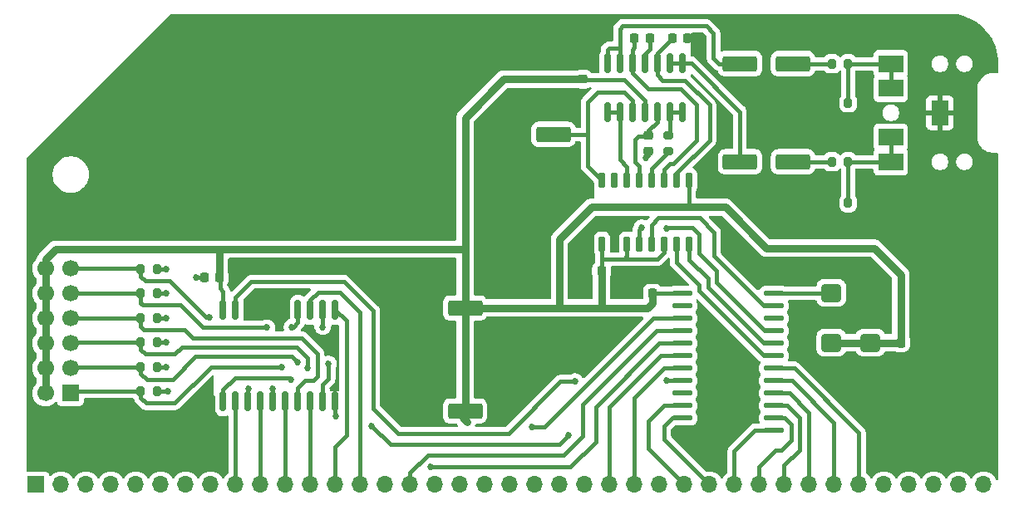
<source format=gbr>
%TF.GenerationSoftware,KiCad,Pcbnew,9.0.1+1*%
%TF.CreationDate,2025-10-07T23:46:50+00:00*%
%TF.ProjectId,rcbus-opl3,72636275-732d-46f7-906c-332e6b696361,@version@*%
%TF.SameCoordinates,Original*%
%TF.FileFunction,Copper,L1,Top*%
%TF.FilePolarity,Positive*%
%FSLAX46Y46*%
G04 Gerber Fmt 4.6, Leading zero omitted, Abs format (unit mm)*
G04 Created by KiCad (PCBNEW 9.0.1+1) date 2025-10-07 23:46:50*
%MOMM*%
%LPD*%
G01*
G04 APERTURE LIST*
G04 Aperture macros list*
%AMRoundRect*
0 Rectangle with rounded corners*
0 $1 Rounding radius*
0 $2 $3 $4 $5 $6 $7 $8 $9 X,Y pos of 4 corners*
0 Add a 4 corners polygon primitive as box body*
4,1,4,$2,$3,$4,$5,$6,$7,$8,$9,$2,$3,0*
0 Add four circle primitives for the rounded corners*
1,1,$1+$1,$2,$3*
1,1,$1+$1,$4,$5*
1,1,$1+$1,$6,$7*
1,1,$1+$1,$8,$9*
0 Add four rect primitives between the rounded corners*
20,1,$1+$1,$2,$3,$4,$5,0*
20,1,$1+$1,$4,$5,$6,$7,0*
20,1,$1+$1,$6,$7,$8,$9,0*
20,1,$1+$1,$8,$9,$2,$3,0*%
G04 Aperture macros list end*
%TA.AperFunction,SMDPad,CuDef*%
%ADD10RoundRect,0.225000X0.225000X0.250000X-0.225000X0.250000X-0.225000X-0.250000X0.225000X-0.250000X0*%
%TD*%
%TA.AperFunction,ComponentPad*%
%ADD11R,2.500000X1.800000*%
%TD*%
%TA.AperFunction,ComponentPad*%
%ADD12R,1.800000X2.500000*%
%TD*%
%TA.AperFunction,ComponentPad*%
%ADD13R,1.700000X1.700000*%
%TD*%
%TA.AperFunction,ComponentPad*%
%ADD14C,1.700000*%
%TD*%
%TA.AperFunction,ComponentPad*%
%ADD15O,1.700000X1.700000*%
%TD*%
%TA.AperFunction,SMDPad,CuDef*%
%ADD16RoundRect,0.150000X0.150000X-0.875000X0.150000X0.875000X-0.150000X0.875000X-0.150000X-0.875000X0*%
%TD*%
%TA.AperFunction,SMDPad,CuDef*%
%ADD17RoundRect,0.225000X-0.250000X0.225000X-0.250000X-0.225000X0.250000X-0.225000X0.250000X0.225000X0*%
%TD*%
%TA.AperFunction,SMDPad,CuDef*%
%ADD18RoundRect,0.250000X1.500000X0.550000X-1.500000X0.550000X-1.500000X-0.550000X1.500000X-0.550000X0*%
%TD*%
%TA.AperFunction,SMDPad,CuDef*%
%ADD19RoundRect,0.225000X0.250000X-0.225000X0.250000X0.225000X-0.250000X0.225000X-0.250000X-0.225000X0*%
%TD*%
%TA.AperFunction,SMDPad,CuDef*%
%ADD20RoundRect,0.137500X-0.862500X-0.137500X0.862500X-0.137500X0.862500X0.137500X-0.862500X0.137500X0*%
%TD*%
%TA.AperFunction,SMDPad,CuDef*%
%ADD21RoundRect,0.250000X0.750000X-0.650000X0.750000X0.650000X-0.750000X0.650000X-0.750000X-0.650000X0*%
%TD*%
%TA.AperFunction,SMDPad,CuDef*%
%ADD22RoundRect,0.150000X0.150000X-0.650000X0.150000X0.650000X-0.150000X0.650000X-0.150000X-0.650000X0*%
%TD*%
%TA.AperFunction,SMDPad,CuDef*%
%ADD23RoundRect,0.200000X-0.200000X-0.275000X0.200000X-0.275000X0.200000X0.275000X-0.200000X0.275000X0*%
%TD*%
%TA.AperFunction,SMDPad,CuDef*%
%ADD24RoundRect,0.225000X-0.225000X-0.250000X0.225000X-0.250000X0.225000X0.250000X-0.225000X0.250000X0*%
%TD*%
%TA.AperFunction,SMDPad,CuDef*%
%ADD25RoundRect,0.200000X0.275000X-0.200000X0.275000X0.200000X-0.275000X0.200000X-0.275000X-0.200000X0*%
%TD*%
%TA.AperFunction,SMDPad,CuDef*%
%ADD26RoundRect,0.150000X0.150000X-0.825000X0.150000X0.825000X-0.150000X0.825000X-0.150000X-0.825000X0*%
%TD*%
%TA.AperFunction,SMDPad,CuDef*%
%ADD27RoundRect,0.250000X-1.500000X-0.550000X1.500000X-0.550000X1.500000X0.550000X-1.500000X0.550000X0*%
%TD*%
%TA.AperFunction,ViaPad*%
%ADD28C,0.685800*%
%TD*%
%TA.AperFunction,Conductor*%
%ADD29C,0.762000*%
%TD*%
%TA.AperFunction,Conductor*%
%ADD30C,0.381000*%
%TD*%
G04 APERTURE END LIST*
D10*
%TO.P,C1,1*%
%TO.N,+5V*%
X80175000Y-142400000D03*
%TO.P,C1,2*%
%TO.N,GND*%
X78625000Y-142400000D03*
%TD*%
%TO.P,C7,1*%
%TO.N,+5V*%
X119100000Y-141700000D03*
%TO.P,C7,2*%
%TO.N,GND*%
X117550000Y-141700000D03*
%TD*%
D11*
%TO.P,CON1,R*%
%TO.N,Net-(CON1-PadR)*%
X148569000Y-130595000D03*
%TO.P,CON1,RN*%
X148569000Y-128095000D03*
D12*
%TO.P,CON1,S*%
%TO.N,GND*%
X153569000Y-125595000D03*
D11*
%TO.P,CON1,T*%
%TO.N,Net-(CON1-PadT)*%
X148569000Y-120595000D03*
%TO.P,CON1,TN*%
X148569000Y-123095000D03*
%TD*%
D13*
%TO.P,JP1,1,Pin_1*%
%TO.N,Net-(JP1-Pin_1)*%
X65000000Y-154160000D03*
D14*
%TO.P,JP1,2,Pin_2*%
%TO.N,+5V*%
X62460000Y-154160000D03*
%TO.P,JP1,3,Pin_3*%
%TO.N,Net-(JP1-Pin_3)*%
X65000000Y-151620000D03*
%TO.P,JP1,4,Pin_4*%
%TO.N,+5V*%
X62460000Y-151620000D03*
%TO.P,JP1,5,Pin_5*%
%TO.N,Net-(JP1-Pin_5)*%
X65000000Y-149080000D03*
%TO.P,JP1,6,Pin_6*%
%TO.N,+5V*%
X62460000Y-149080000D03*
%TO.P,JP1,7,Pin_7*%
%TO.N,Net-(JP1-Pin_7)*%
X65000000Y-146540000D03*
%TO.P,JP1,8,Pin_8*%
%TO.N,+5V*%
X62460000Y-146540000D03*
%TO.P,JP1,9,Pin_9*%
%TO.N,Net-(JP1-Pin_9)*%
X65000000Y-144000000D03*
%TO.P,JP1,10,Pin_10*%
%TO.N,+5V*%
X62460000Y-144000000D03*
%TO.P,JP1,11,Pin_11*%
%TO.N,Net-(JP1-Pin_11)*%
X65000000Y-141460000D03*
%TO.P,JP1,12,Pin_12*%
%TO.N,+5V*%
X62460000Y-141460000D03*
%TD*%
D13*
%TO.P,P1,1,Pin_1*%
%TO.N,unconnected-(P1-Pin_1-Pad1)*%
X61500000Y-163500000D03*
D15*
%TO.P,P1,2,Pin_2*%
%TO.N,unconnected-(P1-Pin_2-Pad2)*%
X64040000Y-163500000D03*
%TO.P,P1,3,Pin_3*%
%TO.N,unconnected-(P1-Pin_3-Pad3)*%
X66580000Y-163500000D03*
%TO.P,P1,4,Pin_4*%
%TO.N,unconnected-(P1-Pin_4-Pad4)*%
X69120000Y-163500000D03*
%TO.P,P1,5,Pin_5*%
%TO.N,unconnected-(P1-Pin_5-Pad5)*%
X71660000Y-163500000D03*
%TO.P,P1,6,Pin_6*%
%TO.N,unconnected-(P1-Pin_6-Pad6)*%
X74200000Y-163500000D03*
%TO.P,P1,7,Pin_7*%
%TO.N,unconnected-(P1-Pin_7-Pad7)*%
X76740000Y-163500000D03*
%TO.P,P1,8,Pin_8*%
%TO.N,unconnected-(P1-Pin_8-Pad8)*%
X79280000Y-163500000D03*
%TO.P,P1,9,Pin_9*%
%TO.N,/A7*%
X81820000Y-163500000D03*
%TO.P,P1,10,Pin_10*%
%TO.N,/A6*%
X84360000Y-163500000D03*
%TO.P,P1,11,Pin_11*%
%TO.N,/A5*%
X86900000Y-163500000D03*
%TO.P,P1,12,Pin_12*%
%TO.N,/A4*%
X89440000Y-163500000D03*
%TO.P,P1,13,Pin_13*%
%TO.N,/A3*%
X91980000Y-163500000D03*
%TO.P,P1,14,Pin_14*%
%TO.N,/A2*%
X94520000Y-163500000D03*
%TO.P,P1,15,Pin_15*%
%TO.N,/A1*%
X97060000Y-163500000D03*
%TO.P,P1,16,Pin_16*%
%TO.N,/A0*%
X99600000Y-163500000D03*
%TO.P,P1,17,Pin_17*%
%TO.N,GND*%
X102140000Y-163500000D03*
%TO.P,P1,18,Pin_18*%
%TO.N,+5V*%
X104680000Y-163500000D03*
%TO.P,P1,19,Pin_19*%
%TO.N,unconnected-(P1-Pin_19-Pad19)*%
X107220000Y-163500000D03*
%TO.P,P1,20,Pin_20*%
%TO.N,/~{RESET}*%
X109760000Y-163500000D03*
%TO.P,P1,21,Pin_21*%
%TO.N,unconnected-(P1-Pin_21-Pad21)*%
X112300000Y-163500000D03*
%TO.P,P1,22,Pin_22*%
%TO.N,/~{INT}*%
X114840000Y-163500000D03*
%TO.P,P1,23,Pin_23*%
%TO.N,unconnected-(P1-Pin_23-Pad23)*%
X117380000Y-163500000D03*
%TO.P,P1,24,Pin_24*%
%TO.N,/~{WR}*%
X119920000Y-163500000D03*
%TO.P,P1,25,Pin_25*%
%TO.N,/~{RD}*%
X122460000Y-163500000D03*
%TO.P,P1,26,Pin_26*%
%TO.N,/~{IORQ}*%
X125000000Y-163500000D03*
%TO.P,P1,27,Pin_27*%
%TO.N,/D0*%
X127540000Y-163500000D03*
%TO.P,P1,28,Pin_28*%
%TO.N,/D1*%
X130080000Y-163500000D03*
%TO.P,P1,29,Pin_29*%
%TO.N,/D2*%
X132620000Y-163500000D03*
%TO.P,P1,30,Pin_30*%
%TO.N,/D3*%
X135160000Y-163500000D03*
%TO.P,P1,31,Pin_31*%
%TO.N,/D4*%
X137700000Y-163500000D03*
%TO.P,P1,32,Pin_32*%
%TO.N,/D5*%
X140240000Y-163500000D03*
%TO.P,P1,33,Pin_33*%
%TO.N,/D6*%
X142780000Y-163500000D03*
%TO.P,P1,34,Pin_34*%
%TO.N,/D7*%
X145320000Y-163500000D03*
%TO.P,P1,35,Pin_35*%
%TO.N,unconnected-(P1-Pin_35-Pad35)*%
X147860000Y-163500000D03*
%TO.P,P1,36,Pin_36*%
%TO.N,unconnected-(P1-Pin_36-Pad36)*%
X150400000Y-163500000D03*
%TO.P,P1,37,Pin_37*%
%TO.N,unconnected-(P1-Pin_37-Pad37)*%
X152940000Y-163500000D03*
%TO.P,P1,38,Pin_38*%
%TO.N,unconnected-(P1-Pin_38-Pad38)*%
X155480000Y-163500000D03*
%TO.P,P1,39,Pin_39*%
%TO.N,unconnected-(P1-Pin_39-Pad39)*%
X158020000Y-163500000D03*
%TD*%
D16*
%TO.P,U1,1,G*%
%TO.N,/~{IORQ}*%
X80550000Y-155000000D03*
%TO.P,U1,2,P0*%
%TO.N,/A7*%
X81820000Y-155000000D03*
%TO.P,U1,3,R0*%
%TO.N,Net-(JP1-Pin_11)*%
X83090000Y-155000000D03*
%TO.P,U1,4,P1*%
%TO.N,/A6*%
X84360000Y-155000000D03*
%TO.P,U1,5,R1*%
%TO.N,Net-(JP1-Pin_9)*%
X85630000Y-155000000D03*
%TO.P,U1,6,P2*%
%TO.N,/A5*%
X86900000Y-155000000D03*
%TO.P,U1,7,R2*%
%TO.N,Net-(JP1-Pin_7)*%
X88170000Y-155000000D03*
%TO.P,U1,8,P3*%
%TO.N,/A4*%
X89440000Y-155000000D03*
%TO.P,U1,9,R3*%
%TO.N,Net-(JP1-Pin_5)*%
X90710000Y-155000000D03*
%TO.P,U1,10,GND*%
%TO.N,GND*%
X91980000Y-155000000D03*
%TO.P,U1,11,P4*%
%TO.N,/A3*%
X91980000Y-145700000D03*
%TO.P,U1,12,R4*%
%TO.N,Net-(JP1-Pin_3)*%
X90710000Y-145700000D03*
%TO.P,U1,13,P5*%
%TO.N,/A2*%
X89440000Y-145700000D03*
%TO.P,U1,14,R5*%
%TO.N,Net-(JP1-Pin_1)*%
X88170000Y-145700000D03*
%TO.P,U1,15,P6*%
%TO.N,GND*%
X86900000Y-145700000D03*
%TO.P,U1,16,R6*%
X85630000Y-145700000D03*
%TO.P,U1,17,P7*%
X84360000Y-145700000D03*
%TO.P,U1,18,R7*%
X83090000Y-145700000D03*
%TO.P,U1,19,P=R*%
%TO.N,/~{CS}*%
X81820000Y-145700000D03*
%TO.P,U1,20,VCC*%
%TO.N,+5V*%
X80550000Y-145700000D03*
%TD*%
D17*
%TO.P,C11,1*%
%TO.N,Net-(U3-AOUT)*%
X123900000Y-127925000D03*
%TO.P,C11,2*%
%TO.N,GND*%
X123900000Y-129475000D03*
%TD*%
D18*
%TO.P,C8,1*%
%TO.N,Net-(U3-CV)*%
X114200000Y-127800000D03*
%TO.P,C8,2*%
%TO.N,GND*%
X108800000Y-127800000D03*
%TD*%
D19*
%TO.P,C12,1*%
%TO.N,+5V*%
X117200000Y-122175000D03*
%TO.P,C12,2*%
%TO.N,GND*%
X117200000Y-120625000D03*
%TD*%
D20*
%TO.P,U2,1,VDD*%
%TO.N,+5V*%
X127350000Y-144015000D03*
%TO.P,U2,2,~{IRQ}*%
%TO.N,unconnected-(U2-~{IRQ}-Pad2)*%
X127350000Y-145285000D03*
%TO.P,U2,3,~{IC}*%
%TO.N,/~{RESET}*%
X127350000Y-146555000D03*
%TO.P,U2,4,A_{0}*%
%TO.N,/A0*%
X127350000Y-147825000D03*
%TO.P,U2,5,A_{1}*%
%TO.N,/A1*%
X127350000Y-149095000D03*
%TO.P,U2,6,~{WR}*%
%TO.N,/~{WR}*%
X127350000Y-150365000D03*
%TO.P,U2,7,~{RD}*%
%TO.N,/~{RD}*%
X127350000Y-151635000D03*
%TO.P,U2,8,~{CS}*%
%TO.N,/~{CS}*%
X127350000Y-152905000D03*
%TO.P,U2,9,TEST*%
%TO.N,unconnected-(U2-TEST-Pad9)*%
X127350000Y-154175000D03*
%TO.P,U2,10,D_{0}*%
%TO.N,/D0*%
X127350000Y-155445000D03*
%TO.P,U2,11,D_{1}*%
%TO.N,/D1*%
X127350000Y-156715000D03*
%TO.P,U2,12,GND*%
%TO.N,GND*%
X127350000Y-157985000D03*
%TO.P,U2,13,D_{2}*%
%TO.N,/D2*%
X136650000Y-157985000D03*
%TO.P,U2,14,D_{3}*%
%TO.N,/D3*%
X136650000Y-156715000D03*
%TO.P,U2,15,D_{4}*%
%TO.N,/D4*%
X136650000Y-155445000D03*
%TO.P,U2,16,D_{5}*%
%TO.N,/D5*%
X136650000Y-154175000D03*
%TO.P,U2,17,D_{6}*%
%TO.N,/D6*%
X136650000Y-152905000D03*
%TO.P,U2,18,D_{7}*%
%TO.N,/D7*%
X136650000Y-151635000D03*
%TO.P,U2,19,SMPBD*%
%TO.N,/SMPBD*%
X136650000Y-150365000D03*
%TO.P,U2,20,SMPAC*%
%TO.N,/SMPAC*%
X136650000Y-149095000D03*
%TO.P,U2,21,DOAB*%
%TO.N,/DOAB*%
X136650000Y-147825000D03*
%TO.P,U2,22,DOCD*%
%TO.N,unconnected-(U2-DOCD-Pad22)*%
X136650000Y-146555000D03*
%TO.P,U2,23,\u03A6SY*%
%TO.N,/DAC_CLK*%
X136650000Y-145285000D03*
%TO.P,U2,24,\u03A6M*%
%TO.N,/CLK*%
X136650000Y-144015000D03*
%TD*%
D10*
%TO.P,C6,1*%
%TO.N,+5V*%
X124275000Y-144000000D03*
%TO.P,C6,2*%
%TO.N,GND*%
X122725000Y-144000000D03*
%TD*%
D21*
%TO.P,Y1,1,EN*%
%TO.N,+5V*%
X146500000Y-149040000D03*
%TO.P,Y1,2,GND*%
%TO.N,GND*%
X146500000Y-143960000D03*
%TO.P,Y1,3,OUT*%
%TO.N,/CLK*%
X142500000Y-143960000D03*
%TO.P,Y1,4,Vdd*%
%TO.N,+5V*%
X142500000Y-149040000D03*
%TD*%
D22*
%TO.P,U3,1,VDD*%
%TO.N,+5V*%
X119150000Y-139000000D03*
%TO.P,U3,2,GND*%
%TO.N,GND*%
X120420000Y-139000000D03*
%TO.P,U3,3,VDD*%
%TO.N,+5V*%
X121690000Y-139000000D03*
%TO.P,U3,4,DIN*%
%TO.N,/DOAB*%
X122960000Y-139000000D03*
%TO.P,U3,5,CLK*%
%TO.N,/DAC_CLK*%
X124230000Y-139000000D03*
%TO.P,U3,6,FSEL*%
%TO.N,+5V*%
X125500000Y-139000000D03*
%TO.P,U3,7,SMP2*%
%TO.N,/SMPBD*%
X126770000Y-139000000D03*
%TO.P,U3,8,SMP1*%
%TO.N,/SMPAC*%
X128040000Y-139000000D03*
%TO.P,U3,9,TST1*%
%TO.N,+5V*%
X128040000Y-132500000D03*
%TO.P,U3,10,CH1*%
%TO.N,/AUDIO_CH1*%
X126770000Y-132500000D03*
%TO.P,U3,11,CH2*%
%TO.N,/AUDIO_CH2*%
X125500000Y-132500000D03*
%TO.P,U3,12,SWIN*%
%TO.N,Net-(U3-SWIN)*%
X124230000Y-132500000D03*
%TO.P,U3,13,AOUT*%
%TO.N,Net-(U3-AOUT)*%
X122960000Y-132500000D03*
%TO.P,U3,14,MP*%
%TO.N,Net-(U3-MP)*%
X121690000Y-132500000D03*
%TO.P,U3,15,TST2*%
%TO.N,unconnected-(U3-TST2-Pad15)*%
X120420000Y-132500000D03*
%TO.P,U3,16,CV*%
%TO.N,Net-(U3-CV)*%
X119150000Y-132500000D03*
%TD*%
D23*
%TO.P,R6,1*%
%TO.N,Net-(JP1-Pin_1)*%
X72175000Y-154000000D03*
%TO.P,R6,2*%
%TO.N,GND*%
X73825000Y-154000000D03*
%TD*%
D24*
%TO.P,C9,1*%
%TO.N,/AUDIO_CH1*%
X126325000Y-118000000D03*
%TO.P,C9,2*%
%TO.N,GND*%
X127875000Y-118000000D03*
%TD*%
D23*
%TO.P,R5,1*%
%TO.N,Net-(JP1-Pin_3)*%
X72175000Y-151500000D03*
%TO.P,R5,2*%
%TO.N,GND*%
X73825000Y-151500000D03*
%TD*%
%TO.P,R8,1*%
%TO.N,Net-(C15-Pad2)*%
X142575000Y-120595000D03*
%TO.P,R8,2*%
%TO.N,Net-(CON1-PadT)*%
X144225000Y-120595000D03*
%TD*%
D25*
%TO.P,R7,1*%
%TO.N,Net-(U3-SWIN)*%
X125900000Y-129525000D03*
%TO.P,R7,2*%
%TO.N,Net-(U4B--)*%
X125900000Y-127875000D03*
%TD*%
D23*
%TO.P,R9,1*%
%TO.N,Net-(C16-Pad2)*%
X142575000Y-130595000D03*
%TO.P,R9,2*%
%TO.N,Net-(CON1-PadR)*%
X144225000Y-130595000D03*
%TD*%
%TO.P,R3,1*%
%TO.N,Net-(JP1-Pin_7)*%
X72175000Y-146500000D03*
%TO.P,R3,2*%
%TO.N,GND*%
X73825000Y-146500000D03*
%TD*%
%TO.P,R1,1*%
%TO.N,Net-(JP1-Pin_11)*%
X72175000Y-141500000D03*
%TO.P,R1,2*%
%TO.N,GND*%
X73825000Y-141500000D03*
%TD*%
D24*
%TO.P,C10,1*%
%TO.N,/AUDIO_CH2*%
X122450000Y-118000000D03*
%TO.P,C10,2*%
%TO.N,GND*%
X124000000Y-118000000D03*
%TD*%
D23*
%TO.P,R2,1*%
%TO.N,Net-(JP1-Pin_9)*%
X72175000Y-144000000D03*
%TO.P,R2,2*%
%TO.N,GND*%
X73825000Y-144000000D03*
%TD*%
D26*
%TO.P,U4,1*%
%TO.N,Net-(U3-MP)*%
X119690000Y-125512022D03*
%TO.P,U4,2,-*%
X120960000Y-125512022D03*
%TO.P,U4,3,+*%
%TO.N,Net-(U3-CV)*%
X122230000Y-125512022D03*
%TO.P,U4,4,V+*%
%TO.N,+5V*%
X123500000Y-125512022D03*
%TO.P,U4,5,+*%
%TO.N,Net-(U3-AOUT)*%
X124770000Y-125512022D03*
%TO.P,U4,6,-*%
%TO.N,Net-(U4B--)*%
X126040000Y-125512022D03*
%TO.P,U4,7*%
X127310000Y-125512022D03*
%TO.P,U4,8*%
%TO.N,/R*%
X127310000Y-120562022D03*
%TO.P,U4,9,-*%
X126040000Y-120562022D03*
%TO.P,U4,10,+*%
%TO.N,/AUDIO_CH1*%
X124770000Y-120562022D03*
%TO.P,U4,11,V-*%
%TO.N,GND*%
X123500000Y-120562022D03*
%TO.P,U4,12,+*%
%TO.N,/AUDIO_CH2*%
X122230000Y-120562022D03*
%TO.P,U4,13,-*%
%TO.N,/L*%
X120960000Y-120562022D03*
%TO.P,U4,14*%
X119690000Y-120562022D03*
%TD*%
D27*
%TO.P,C16,1*%
%TO.N,/R*%
X133200000Y-130595000D03*
%TO.P,C16,2*%
%TO.N,Net-(C16-Pad2)*%
X138600000Y-130595000D03*
%TD*%
D23*
%TO.P,R4,1*%
%TO.N,Net-(JP1-Pin_5)*%
X72175000Y-149000000D03*
%TO.P,R4,2*%
%TO.N,GND*%
X73825000Y-149000000D03*
%TD*%
D18*
%TO.P,C5,1*%
%TO.N,+5V*%
X105200000Y-156000000D03*
%TO.P,C5,2*%
%TO.N,GND*%
X99800000Y-156000000D03*
%TD*%
%TO.P,C2,1*%
%TO.N,+5V*%
X105200000Y-145500000D03*
%TO.P,C2,2*%
%TO.N,GND*%
X99800000Y-145500000D03*
%TD*%
D27*
%TO.P,C15,1*%
%TO.N,/L*%
X133200000Y-120595000D03*
%TO.P,C15,2*%
%TO.N,Net-(C15-Pad2)*%
X138600000Y-120595000D03*
%TD*%
D24*
%TO.P,C19,1*%
%TO.N,+5V*%
X149589000Y-149026000D03*
%TO.P,C19,2*%
%TO.N,GND*%
X151139000Y-149026000D03*
%TD*%
D23*
%TO.P,R10,1*%
%TO.N,GND*%
X142575000Y-124595000D03*
%TO.P,R10,2*%
%TO.N,Net-(CON1-PadT)*%
X144225000Y-124595000D03*
%TD*%
%TO.P,R11,1*%
%TO.N,GND*%
X142575000Y-134790000D03*
%TO.P,R11,2*%
%TO.N,Net-(CON1-PadR)*%
X144225000Y-134790000D03*
%TD*%
D28*
%TO.N,+5V*%
X105384986Y-157100000D03*
%TO.N,GND*%
X74800000Y-151500000D03*
X129100000Y-157985000D03*
X120400000Y-137600000D03*
X74900000Y-154000000D03*
X85600000Y-144100000D03*
X74800000Y-144000000D03*
X117200000Y-119600000D03*
X123600000Y-130200000D03*
X97735952Y-145500000D03*
X77800000Y-142400000D03*
X97796157Y-156000000D03*
X112500000Y-150000000D03*
X116600000Y-141700000D03*
X123499999Y-121232925D03*
X74800000Y-146500000D03*
X74800000Y-141500000D03*
X141600000Y-134800000D03*
X106500000Y-127800000D03*
X121800000Y-144000000D03*
X92000000Y-156512600D03*
X74800000Y-149000000D03*
X128800000Y-118000000D03*
X141600000Y-124600000D03*
%TO.N,/A1*%
X101700000Y-161722400D03*
%TO.N,/~{CS}*%
X125700000Y-152900000D03*
X116400000Y-153000000D03*
%TO.N,/~{RESET}*%
X111979883Y-157612600D03*
%TO.N,/~{IORQ}*%
X87500000Y-152800000D03*
X95700000Y-157500000D03*
X115700000Y-158500000D03*
%TO.N,/DOAB*%
X125733318Y-137359891D03*
X123196600Y-137317721D03*
%TO.N,Net-(JP1-Pin_1)*%
X86500000Y-151500000D03*
X87550000Y-147450000D03*
%TO.N,Net-(JP1-Pin_9)*%
X85000000Y-147500000D03*
X85630000Y-153681000D03*
%TO.N,Net-(JP1-Pin_11)*%
X83100000Y-153681000D03*
X79200000Y-146400000D03*
%TO.N,Net-(JP1-Pin_3)*%
X88100000Y-151000000D03*
X90709999Y-147418096D03*
%TO.N,Net-(JP1-Pin_5)*%
X91300000Y-151200000D03*
X89131759Y-151631759D03*
%TD*%
D29*
%TO.N,+5V*%
X105200000Y-145500000D02*
X108000000Y-145500000D01*
X105200000Y-145500000D02*
X105200000Y-139500000D01*
X117200000Y-122175000D02*
X109125000Y-122175000D01*
X149589000Y-142089000D02*
X149589000Y-149026000D01*
D30*
X117200000Y-122175000D02*
X117253522Y-122228522D01*
D29*
X80175000Y-142400000D02*
X80175000Y-139525000D01*
X131700000Y-135200000D02*
X135900000Y-139400000D01*
D30*
X121690000Y-140210000D02*
X121690000Y-139000000D01*
D29*
X62460000Y-141460000D02*
X62460000Y-140540000D01*
D30*
X119150000Y-140500000D02*
X121100000Y-140500000D01*
D29*
X142500000Y-149040000D02*
X146500000Y-149040000D01*
D30*
X121375858Y-122228522D02*
X123500000Y-124352664D01*
D29*
X109125000Y-122175000D02*
X105200000Y-126100000D01*
X131650000Y-135200000D02*
X118100000Y-135200000D01*
D30*
X123500000Y-124352664D02*
X123500000Y-125512022D01*
X121100000Y-140500000D02*
X124799999Y-140500000D01*
D29*
X135900000Y-139400000D02*
X146900000Y-139400000D01*
D30*
X119150000Y-139000000D02*
X119150000Y-140500000D01*
X121100000Y-140500000D02*
X121400000Y-140500000D01*
D29*
X105000000Y-156715014D02*
X105000000Y-156200000D01*
D30*
X128040000Y-132500000D02*
X128040000Y-135160000D01*
D29*
X80200000Y-139500000D02*
X105200000Y-139500000D01*
D30*
X125500000Y-139799999D02*
X125500000Y-139000000D01*
X80225000Y-143471000D02*
X80550000Y-143796000D01*
D29*
X114800000Y-138500000D02*
X114800000Y-145500000D01*
X62460000Y-140540000D02*
X63500000Y-139500000D01*
X146900000Y-139400000D02*
X149589000Y-142089000D01*
D30*
X119150000Y-140500000D02*
X119150000Y-141650000D01*
X80225000Y-142500000D02*
X80225000Y-143471000D01*
D29*
X105200000Y-156000000D02*
X105200000Y-145500000D01*
X123800000Y-145500000D02*
X124275000Y-145025000D01*
X63500000Y-139500000D02*
X80200000Y-139500000D01*
X131650000Y-135200000D02*
X131700000Y-135200000D01*
X124275000Y-145025000D02*
X124275000Y-144000000D01*
X118100000Y-135200000D02*
X114800000Y-138500000D01*
X128000000Y-135200000D02*
X131650000Y-135200000D01*
D30*
X124799999Y-140500000D02*
X125500000Y-139799999D01*
D29*
X80175000Y-139525000D02*
X80200000Y-139500000D01*
X149589000Y-149026000D02*
X146514000Y-149026000D01*
D30*
X127350000Y-144015000D02*
X124290000Y-144015000D01*
X128040000Y-135160000D02*
X128000000Y-135200000D01*
X80550000Y-143796000D02*
X80550000Y-145700000D01*
D29*
X62460000Y-154540000D02*
X62460000Y-141840000D01*
D30*
X121400000Y-140500000D02*
X121690000Y-140210000D01*
D29*
X105384986Y-157100000D02*
X105000000Y-156715014D01*
X105200000Y-126100000D02*
X105200000Y-139500000D01*
X119100000Y-141700000D02*
X119100000Y-145400000D01*
X119100000Y-145400000D02*
X119000000Y-145500000D01*
X114800000Y-145500000D02*
X119000000Y-145500000D01*
X108000000Y-145500000D02*
X114800000Y-145500000D01*
D30*
X117253522Y-122228522D02*
X121375858Y-122228522D01*
D29*
X119000000Y-145500000D02*
X123800000Y-145500000D01*
D30*
%TO.N,GND*%
X73825000Y-151500000D02*
X74800000Y-151500000D01*
X108800000Y-127800000D02*
X106500000Y-127800000D01*
X73825000Y-149000000D02*
X74800000Y-149000000D01*
X127875000Y-118000000D02*
X128800000Y-118000000D01*
X124000000Y-119087023D02*
X124000000Y-118000000D01*
X120420000Y-137620000D02*
X120400000Y-137600000D01*
X74800000Y-144000000D02*
X73825000Y-144000000D01*
X141605000Y-124595000D02*
X141600000Y-124600000D01*
X85630000Y-144130000D02*
X85600000Y-144100000D01*
X73825000Y-154000000D02*
X74900000Y-154000000D01*
X91980000Y-156492600D02*
X92000000Y-156512600D01*
X123500000Y-119587023D02*
X124000000Y-119087023D01*
X117200000Y-120625000D02*
X117200000Y-119600000D01*
X117550000Y-141700000D02*
X116600000Y-141700000D01*
X123600000Y-130200000D02*
X123900000Y-129900000D01*
X142575000Y-124595000D02*
X141605000Y-124595000D01*
X123500000Y-120562022D02*
X123500000Y-119587023D01*
X120420000Y-139000000D02*
X120420000Y-137620000D01*
X73825000Y-141500000D02*
X74800000Y-141500000D01*
X83090000Y-145700000D02*
X86900000Y-145700000D01*
X85630000Y-145700000D02*
X85630000Y-144130000D01*
X73825000Y-146500000D02*
X74800000Y-146500000D01*
X97796157Y-156000000D02*
X99800000Y-156000000D01*
X91980000Y-155000000D02*
X91980000Y-156492600D01*
X99800000Y-145500000D02*
X97735952Y-145500000D01*
X142575000Y-134790000D02*
X141610000Y-134790000D01*
X129100000Y-157985000D02*
X127350000Y-157985000D01*
X78625000Y-142400000D02*
X77800000Y-142400000D01*
X123900000Y-129900000D02*
X123900000Y-129475000D01*
X141610000Y-134790000D02*
X141600000Y-134800000D01*
X122725000Y-144000000D02*
X121800000Y-144000000D01*
%TO.N,/CLK*%
X136650000Y-144015000D02*
X142445000Y-144015000D01*
%TO.N,/D0*%
X123900000Y-157000000D02*
X123900000Y-159860000D01*
X123900000Y-159860000D02*
X127540000Y-163500000D01*
X127350000Y-155445000D02*
X125455000Y-155445000D01*
X125455000Y-155445000D02*
X123900000Y-157000000D01*
%TO.N,/D1*%
X125500000Y-158900000D02*
X130080000Y-163480000D01*
X125500000Y-157565001D02*
X125500000Y-158900000D01*
X127350000Y-156715000D02*
X126350001Y-156715000D01*
X126350001Y-156715000D02*
X125500000Y-157565001D01*
%TO.N,/D2*%
X134715000Y-157985000D02*
X132620000Y-160080000D01*
X132620000Y-160080000D02*
X132620000Y-163500000D01*
X136650000Y-157985000D02*
X134715000Y-157985000D01*
%TO.N,/D3*%
X138400000Y-157400000D02*
X138400000Y-159000000D01*
X137715000Y-156715000D02*
X138400000Y-157400000D01*
X137400000Y-160000000D02*
X136800000Y-160000000D01*
X136800000Y-160000000D02*
X135160000Y-161640000D01*
X137208298Y-156715000D02*
X137715000Y-156715000D01*
X138400000Y-159000000D02*
X137400000Y-160000000D01*
X135160000Y-161640000D02*
X135160000Y-163500000D01*
%TO.N,/D4*%
X136650000Y-155445000D02*
X138045000Y-155445000D01*
X137700000Y-161550000D02*
X137700000Y-163500000D01*
X139300000Y-156700000D02*
X139300000Y-159950000D01*
X139300000Y-159950000D02*
X137700000Y-161550000D01*
X138045000Y-155445000D02*
X139300000Y-156700000D01*
%TO.N,/D5*%
X136650000Y-154175000D02*
X138275000Y-154175000D01*
X138275000Y-154175000D02*
X140240000Y-156140000D01*
X140240000Y-156140000D02*
X140240000Y-163500000D01*
%TO.N,/D6*%
X136650000Y-152905000D02*
X138505000Y-152905000D01*
X138505000Y-152905000D02*
X142780000Y-157180000D01*
X142780000Y-157180000D02*
X142780000Y-163500000D01*
%TO.N,/D7*%
X138735000Y-151635000D02*
X145320000Y-158220000D01*
X145320000Y-158220000D02*
X145320000Y-163500000D01*
X136650000Y-151635000D02*
X138735000Y-151635000D01*
%TO.N,/A1*%
X125005000Y-149095000D02*
X118500000Y-155600000D01*
X115877600Y-161722400D02*
X101700000Y-161722400D01*
X118500000Y-155600000D02*
X118500000Y-159100000D01*
X127350000Y-149095000D02*
X125005000Y-149095000D01*
X118500000Y-159100000D02*
X115877600Y-161722400D01*
%TO.N,/A4*%
X89440000Y-155000000D02*
X89440000Y-163500000D01*
%TO.N,/A3*%
X91980000Y-159620000D02*
X91980000Y-163500000D01*
X93100000Y-146820000D02*
X93100000Y-158500000D01*
X93100000Y-158500000D02*
X91980000Y-159620000D01*
X91980000Y-145700000D02*
X93100000Y-146820000D01*
%TO.N,/A2*%
X90215001Y-143900000D02*
X92437889Y-143900000D01*
X92437889Y-143900000D02*
X94500000Y-145962111D01*
X94500000Y-145962111D02*
X94500000Y-163480000D01*
X89440000Y-144675001D02*
X90215001Y-143900000D01*
X89440000Y-145700000D02*
X89440000Y-144675001D01*
%TO.N,/A5*%
X86900000Y-155000000D02*
X86900000Y-163500000D01*
%TO.N,/A6*%
X84360000Y-155000000D02*
X84360000Y-163500000D01*
%TO.N,/A7*%
X81820000Y-155000000D02*
X81820000Y-163500000D01*
%TO.N,/A0*%
X117200000Y-158513552D02*
X117200000Y-155300000D01*
X101397919Y-160500000D02*
X115213552Y-160500000D01*
X124675000Y-147825000D02*
X127350000Y-147825000D01*
X99600000Y-163500000D02*
X99600000Y-162297919D01*
X117200000Y-155300000D02*
X124675000Y-147825000D01*
X99600000Y-162297919D02*
X101397919Y-160500000D01*
X115213552Y-160500000D02*
X117200000Y-158513552D01*
%TO.N,/~{CS}*%
X95850000Y-155750000D02*
X98400000Y-158300000D01*
X125700000Y-152900000D02*
X127345000Y-152900000D01*
X114900000Y-153000000D02*
X116400000Y-153000000D01*
X81820000Y-145700000D02*
X81820000Y-144410001D01*
X95850000Y-145750000D02*
X95850000Y-155750000D01*
X81820000Y-144410001D02*
X83430001Y-142800000D01*
X83430001Y-142800000D02*
X92900000Y-142800000D01*
X109600000Y-158300000D02*
X114900000Y-153000000D01*
X98400000Y-158300000D02*
X109600000Y-158300000D01*
X92900000Y-142800000D02*
X95850000Y-145750000D01*
%TO.N,/~{RESET}*%
X127350000Y-146555000D02*
X124345000Y-146555000D01*
X124345000Y-146555000D02*
X113287400Y-157612600D01*
X113287400Y-157612600D02*
X111979883Y-157612600D01*
%TO.N,/~{WR}*%
X119920000Y-155580000D02*
X119920000Y-163500000D01*
X125135000Y-150365000D02*
X119920000Y-155580000D01*
X127350000Y-150365000D02*
X125135000Y-150365000D01*
%TO.N,/~{IORQ}*%
X97600000Y-159400000D02*
X114800000Y-159400000D01*
X81774340Y-152600000D02*
X87300000Y-152600000D01*
X95700000Y-157500000D02*
X97600000Y-159400000D01*
X114800000Y-159400000D02*
X115700000Y-158500000D01*
X80550000Y-155000000D02*
X80550000Y-153824340D01*
X80550000Y-153824340D02*
X81774340Y-152600000D01*
X87300000Y-152600000D02*
X87500000Y-152800000D01*
%TO.N,/~{RD}*%
X122460000Y-154633224D02*
X122460000Y-163500000D01*
X127350000Y-151635000D02*
X125458224Y-151635000D01*
X125458224Y-151635000D02*
X122460000Y-154633224D01*
%TO.N,/DAC_CLK*%
X124919025Y-136323700D02*
X124230000Y-137012725D01*
X136650000Y-145285000D02*
X135650001Y-145285000D01*
X130581000Y-140215999D02*
X130581000Y-137781000D01*
X135650001Y-145285000D02*
X130581000Y-140215999D01*
X130581000Y-137781000D02*
X129123700Y-136323700D01*
X129123700Y-136323700D02*
X124919025Y-136323700D01*
X124230000Y-137012725D02*
X124230000Y-139000000D01*
%TO.N,/R*%
X133200000Y-125503948D02*
X133200000Y-130400000D01*
X128258074Y-120562022D02*
X133200000Y-125503948D01*
X127310000Y-120562022D02*
X128258074Y-120562022D01*
X127310000Y-120562022D02*
X126040000Y-120562022D01*
%TO.N,/L*%
X120960000Y-120562022D02*
X120960000Y-119019325D01*
X121250000Y-116750000D02*
X129750000Y-116750000D01*
X119862500Y-119019325D02*
X120960000Y-119019325D01*
X119690000Y-120562022D02*
X119690000Y-119191825D01*
X131095000Y-120595000D02*
X133200000Y-120595000D01*
X130500000Y-117500000D02*
X130500000Y-120000000D01*
X119690000Y-119191825D02*
X119862500Y-119019325D01*
X120960000Y-119019325D02*
X120960000Y-117040000D01*
X129750000Y-116750000D02*
X130500000Y-117500000D01*
X120960000Y-117040000D02*
X121250000Y-116750000D01*
X130500000Y-120000000D02*
X131095000Y-120595000D01*
%TO.N,/SMPBD*%
X126770000Y-139000000D02*
X126770000Y-140870000D01*
X126770000Y-140870000D02*
X129038000Y-143138000D01*
X129038000Y-143138000D02*
X129038000Y-143752999D01*
X129038000Y-143752999D02*
X135650001Y-150365000D01*
X135650001Y-150365000D02*
X136650000Y-150365000D01*
%TO.N,/DOAB*%
X122960000Y-139000000D02*
X122960000Y-137554321D01*
X136650000Y-147825000D02*
X135725000Y-147825000D01*
X130803500Y-141703500D02*
X129031500Y-139931500D01*
X130803500Y-142903500D02*
X130803500Y-141703500D01*
X128334216Y-137300000D02*
X125793209Y-137300000D01*
X135725000Y-147825000D02*
X130803500Y-142903500D01*
X122960000Y-137554321D02*
X123196600Y-137317721D01*
X129031500Y-139931500D02*
X129031500Y-137997284D01*
X129031500Y-137997284D02*
X128334216Y-137300000D01*
X125793209Y-137300000D02*
X125733318Y-137359891D01*
%TO.N,/SMPAC*%
X129919000Y-142464922D02*
X129919000Y-143363999D01*
X128040000Y-140585922D02*
X129919000Y-142464922D01*
X128040000Y-139000000D02*
X128040000Y-140585922D01*
X129919000Y-143363999D02*
X135650001Y-149095000D01*
X135650001Y-149095000D02*
X136650000Y-149095000D01*
%TO.N,Net-(U3-CV)*%
X119150000Y-132500000D02*
X117700000Y-131050000D01*
X122230000Y-124330000D02*
X122230000Y-125512022D01*
X121400000Y-123500000D02*
X122230000Y-124330000D01*
X117700000Y-124500000D02*
X118700000Y-123500000D01*
X117700000Y-127800000D02*
X117700000Y-124500000D01*
X118700000Y-123500000D02*
X121400000Y-123500000D01*
X114200000Y-127800000D02*
X117700000Y-127800000D01*
X117700000Y-131050000D02*
X117700000Y-127800000D01*
%TO.N,Net-(U3-AOUT)*%
X122960000Y-131060000D02*
X122960000Y-132500000D01*
X122500000Y-130600000D02*
X122960000Y-131060000D01*
X124770000Y-126552961D02*
X123900000Y-127422961D01*
X122500000Y-128300000D02*
X122500000Y-130600000D01*
X123900000Y-127422961D02*
X123900000Y-127925000D01*
X122850000Y-127950000D02*
X122500000Y-128300000D01*
X124770000Y-125512022D02*
X124770000Y-126552961D01*
X123450000Y-127950000D02*
X122850000Y-127950000D01*
%TO.N,Net-(C15-Pad2)*%
X138600000Y-120595000D02*
X142575000Y-120595000D01*
%TO.N,/AUDIO_CH2*%
X125500000Y-131400000D02*
X126100000Y-130800000D01*
X122230000Y-120562022D02*
X122230000Y-119170000D01*
X122450000Y-118950000D02*
X122450000Y-118000000D01*
X125500000Y-132100000D02*
X125500000Y-131400000D01*
X123898026Y-123200000D02*
X122230000Y-121531974D01*
X127199999Y-123200000D02*
X123898026Y-123200000D01*
X122230000Y-121531974D02*
X122230000Y-120562022D01*
X128800000Y-128400000D02*
X128800000Y-124800001D01*
X122230000Y-119170000D02*
X122450000Y-118950000D01*
X128800000Y-124800001D02*
X127199999Y-123200000D01*
X126400000Y-130800000D02*
X128800000Y-128400000D01*
X126100000Y-130800000D02*
X126400000Y-130800000D01*
%TO.N,Net-(C16-Pad2)*%
X138600000Y-130595000D02*
X142575000Y-130595000D01*
%TO.N,Net-(U4B--)*%
X126040000Y-125512022D02*
X126040000Y-127735000D01*
X126040000Y-125512022D02*
X127310000Y-125512022D01*
%TO.N,Net-(U3-SWIN)*%
X124230000Y-131270000D02*
X125900000Y-129600000D01*
X124230000Y-132500000D02*
X124230000Y-131270000D01*
%TO.N,Net-(U3-MP)*%
X120960000Y-130360000D02*
X120960000Y-125512022D01*
X119690000Y-125512022D02*
X120960000Y-125512022D01*
X121700000Y-132490000D02*
X121700000Y-131100000D01*
X121700000Y-131100000D02*
X120960000Y-130360000D01*
X121690000Y-132500000D02*
X121700000Y-132490000D01*
%TO.N,Net-(JP1-Pin_1)*%
X87700000Y-147450000D02*
X88170000Y-146980000D01*
X72175000Y-154675000D02*
X72175000Y-154000000D01*
X75600000Y-155200000D02*
X72700000Y-155200000D01*
X72175000Y-154000000D02*
X65160000Y-154000000D01*
X88170000Y-146980000D02*
X88170000Y-145700000D01*
X86500000Y-151500000D02*
X79300000Y-151500000D01*
X79300000Y-151500000D02*
X75600000Y-155200000D01*
X72700000Y-155200000D02*
X72175000Y-154675000D01*
X87550000Y-147450000D02*
X87700000Y-147450000D01*
%TO.N,Net-(JP1-Pin_9)*%
X85000000Y-147500000D02*
X78493161Y-147500000D01*
X76193161Y-145200000D02*
X72400000Y-145200000D01*
X72400000Y-145200000D02*
X72175000Y-144975000D01*
X72175000Y-144975000D02*
X72175000Y-144000000D01*
X65000000Y-144000000D02*
X72175000Y-144000000D01*
X78493161Y-147500000D02*
X76193161Y-145200000D01*
X85630000Y-153617400D02*
X85630000Y-155000000D01*
%TO.N,Net-(JP1-Pin_7)*%
X88550000Y-148550000D02*
X90187400Y-150187400D01*
X72175000Y-147375000D02*
X72500000Y-147700000D01*
X90187400Y-152426152D02*
X89726152Y-152887400D01*
X76600000Y-147700000D02*
X77450000Y-148550000D01*
X90187400Y-150187400D02*
X90187400Y-152426152D01*
X88912600Y-152887400D02*
X88170000Y-153630000D01*
X65000000Y-146540000D02*
X72135000Y-146540000D01*
X88170000Y-153630000D02*
X88170000Y-155000000D01*
X72500000Y-147700000D02*
X76600000Y-147700000D01*
X77450000Y-148550000D02*
X88550000Y-148550000D01*
X72175000Y-146500000D02*
X72175000Y-147375000D01*
X89726152Y-152887400D02*
X88912600Y-152887400D01*
%TO.N,Net-(JP1-Pin_11)*%
X72600000Y-142700000D02*
X72175000Y-142275000D01*
X83090000Y-153691000D02*
X83090000Y-155000000D01*
X65000000Y-141460000D02*
X72135000Y-141460000D01*
X78800000Y-146400000D02*
X75100000Y-142700000D01*
X83100000Y-153681000D02*
X83090000Y-153691000D01*
X79200000Y-146400000D02*
X78800000Y-146400000D01*
X75100000Y-142700000D02*
X72600000Y-142700000D01*
X72175000Y-142275000D02*
X72175000Y-141500000D01*
%TO.N,Net-(JP1-Pin_3)*%
X75400000Y-152800000D02*
X72800000Y-152800000D01*
X87550000Y-150450000D02*
X77750000Y-150450000D01*
X77750000Y-150450000D02*
X75400000Y-152800000D01*
X72175000Y-151500000D02*
X65120000Y-151500000D01*
X90710000Y-145700000D02*
X90709999Y-147418096D01*
X88100000Y-151000000D02*
X87550000Y-150450000D01*
X72800000Y-152800000D02*
X72175000Y-152175000D01*
X72175000Y-152175000D02*
X72175000Y-151500000D01*
%TO.N,Net-(JP1-Pin_5)*%
X89131759Y-151631759D02*
X89163587Y-151599930D01*
X88050000Y-149450000D02*
X76350000Y-149450000D01*
X75600000Y-150200000D02*
X72600000Y-150200000D01*
X72600000Y-150200000D02*
X72175000Y-149775000D01*
X89163587Y-151599930D02*
X89163587Y-150563587D01*
X76350000Y-149450000D02*
X75600000Y-150200000D01*
X91300000Y-151200000D02*
X91300000Y-152678404D01*
X72175000Y-149000000D02*
X65080000Y-149000000D01*
X72175000Y-149775000D02*
X72175000Y-149000000D01*
X90700000Y-153278404D02*
X90700000Y-154990000D01*
X89163587Y-150563587D02*
X88050000Y-149450000D01*
X91300000Y-152678404D02*
X90700000Y-153278404D01*
%TO.N,/AUDIO_CH1*%
X125340000Y-122300000D02*
X124770000Y-121730000D01*
X126770000Y-131730000D02*
X130100000Y-128400000D01*
X127600000Y-122300000D02*
X125340000Y-122300000D01*
X124770000Y-121730000D02*
X124770000Y-120562022D01*
X130100000Y-124800000D02*
X127600000Y-122300000D01*
X126770000Y-132500000D02*
X126770000Y-131730000D01*
X124770000Y-120562022D02*
X124770000Y-119555000D01*
X130100000Y-128400000D02*
X130100000Y-124800000D01*
X124770000Y-119555000D02*
X126325000Y-118000000D01*
%TO.N,Net-(CON1-PadT)*%
X144225000Y-120595000D02*
X144225000Y-124595000D01*
X148569000Y-120595000D02*
X148569000Y-123095000D01*
X144225000Y-120595000D02*
X148569000Y-120595000D01*
%TO.N,Net-(CON1-PadR)*%
X144225000Y-130595000D02*
X148569000Y-130595000D01*
X144225000Y-130400000D02*
X144225000Y-134400000D01*
X148569000Y-128095000D02*
X148569000Y-130595000D01*
%TD*%
%TA.AperFunction,Conductor*%
%TO.N,GND*%
G36*
X154502611Y-115500608D02*
G01*
X154907663Y-115517361D01*
X154918012Y-115518218D01*
X155317722Y-115568042D01*
X155327986Y-115569755D01*
X155722213Y-115652415D01*
X155732276Y-115654962D01*
X156118344Y-115769901D01*
X156128187Y-115773281D01*
X156503427Y-115919700D01*
X156512964Y-115923883D01*
X156853371Y-116090298D01*
X156874811Y-116100779D01*
X156883969Y-116105735D01*
X157229991Y-116311919D01*
X157238702Y-116317610D01*
X157387309Y-116423713D01*
X157566512Y-116551662D01*
X157574730Y-116558058D01*
X157882102Y-116818388D01*
X157889763Y-116825442D01*
X158174557Y-117110236D01*
X158181611Y-117117897D01*
X158441941Y-117425269D01*
X158448337Y-117433487D01*
X158682384Y-117761289D01*
X158688080Y-117770008D01*
X158894264Y-118116030D01*
X158899220Y-118125188D01*
X159076116Y-118487035D01*
X159080299Y-118496572D01*
X159226718Y-118871812D01*
X159230100Y-118881661D01*
X159345032Y-119267707D01*
X159347588Y-119277803D01*
X159430243Y-119672009D01*
X159431957Y-119682281D01*
X159481779Y-120081973D01*
X159482639Y-120092351D01*
X159499392Y-120497388D01*
X159499500Y-120502595D01*
X159499500Y-121412500D01*
X159479498Y-121480621D01*
X159425842Y-121527114D01*
X159373500Y-121538500D01*
X158894449Y-121538500D01*
X158661758Y-121571956D01*
X158436187Y-121638190D01*
X158222340Y-121735850D01*
X158024571Y-121862949D01*
X157846901Y-122016901D01*
X157692949Y-122194571D01*
X157565850Y-122392340D01*
X157468190Y-122606187D01*
X157401956Y-122831758D01*
X157368500Y-123064449D01*
X157368500Y-128125550D01*
X157401956Y-128358241D01*
X157468190Y-128583811D01*
X157565850Y-128797659D01*
X157692949Y-128995428D01*
X157846901Y-129173098D01*
X158024571Y-129327050D01*
X158220037Y-129452669D01*
X158222342Y-129454150D01*
X158436189Y-129551810D01*
X158661757Y-129618043D01*
X158894455Y-129651500D01*
X158946108Y-129651500D01*
X159373500Y-129651500D01*
X159441621Y-129671502D01*
X159488114Y-129725158D01*
X159499500Y-129777500D01*
X159499500Y-162904123D01*
X159479498Y-162972244D01*
X159425842Y-163018737D01*
X159355568Y-163028841D01*
X159290988Y-162999347D01*
X159261233Y-162961326D01*
X159175051Y-162792184D01*
X159050104Y-162620208D01*
X159050101Y-162620205D01*
X159050099Y-162620202D01*
X158899797Y-162469900D01*
X158899794Y-162469898D01*
X158899792Y-162469896D01*
X158727816Y-162344949D01*
X158538412Y-162248443D01*
X158336243Y-162182754D01*
X158126287Y-162149500D01*
X157913713Y-162149500D01*
X157703757Y-162182754D01*
X157703754Y-162182754D01*
X157703753Y-162182755D01*
X157501588Y-162248443D01*
X157501586Y-162248444D01*
X157312180Y-162344951D01*
X157140205Y-162469898D01*
X157140202Y-162469900D01*
X156989900Y-162620202D01*
X156989898Y-162620205D01*
X156864949Y-162792183D01*
X156862265Y-162797451D01*
X156813516Y-162849065D01*
X156744600Y-162866129D01*
X156677399Y-162843226D01*
X156637735Y-162797451D01*
X156635050Y-162792183D01*
X156635048Y-162792180D01*
X156510104Y-162620208D01*
X156510101Y-162620205D01*
X156510099Y-162620202D01*
X156359797Y-162469900D01*
X156359794Y-162469898D01*
X156359792Y-162469896D01*
X156187816Y-162344949D01*
X155998412Y-162248443D01*
X155796243Y-162182754D01*
X155586287Y-162149500D01*
X155373713Y-162149500D01*
X155163757Y-162182754D01*
X155163754Y-162182754D01*
X155163753Y-162182755D01*
X154961588Y-162248443D01*
X154961586Y-162248444D01*
X154772180Y-162344951D01*
X154600205Y-162469898D01*
X154600202Y-162469900D01*
X154449900Y-162620202D01*
X154449898Y-162620205D01*
X154324949Y-162792183D01*
X154322265Y-162797451D01*
X154273516Y-162849065D01*
X154204600Y-162866129D01*
X154137399Y-162843226D01*
X154097735Y-162797451D01*
X154095050Y-162792183D01*
X154095048Y-162792180D01*
X153970104Y-162620208D01*
X153970101Y-162620205D01*
X153970099Y-162620202D01*
X153819797Y-162469900D01*
X153819794Y-162469898D01*
X153819792Y-162469896D01*
X153647816Y-162344949D01*
X153458412Y-162248443D01*
X153256243Y-162182754D01*
X153046287Y-162149500D01*
X152833713Y-162149500D01*
X152623757Y-162182754D01*
X152623754Y-162182754D01*
X152623753Y-162182755D01*
X152421588Y-162248443D01*
X152421586Y-162248444D01*
X152232180Y-162344951D01*
X152060205Y-162469898D01*
X152060202Y-162469900D01*
X151909900Y-162620202D01*
X151909898Y-162620205D01*
X151784949Y-162792183D01*
X151782265Y-162797451D01*
X151733516Y-162849065D01*
X151664600Y-162866129D01*
X151597399Y-162843226D01*
X151557735Y-162797451D01*
X151555050Y-162792183D01*
X151555048Y-162792180D01*
X151430104Y-162620208D01*
X151430101Y-162620205D01*
X151430099Y-162620202D01*
X151279797Y-162469900D01*
X151279794Y-162469898D01*
X151279792Y-162469896D01*
X151107816Y-162344949D01*
X150918412Y-162248443D01*
X150716243Y-162182754D01*
X150506287Y-162149500D01*
X150293713Y-162149500D01*
X150083757Y-162182754D01*
X150083754Y-162182754D01*
X150083753Y-162182755D01*
X149881588Y-162248443D01*
X149881586Y-162248444D01*
X149692180Y-162344951D01*
X149520205Y-162469898D01*
X149520202Y-162469900D01*
X149369900Y-162620202D01*
X149369898Y-162620205D01*
X149244949Y-162792183D01*
X149242265Y-162797451D01*
X149193516Y-162849065D01*
X149124600Y-162866129D01*
X149057399Y-162843226D01*
X149017735Y-162797451D01*
X149015050Y-162792183D01*
X149015048Y-162792180D01*
X148890104Y-162620208D01*
X148890101Y-162620205D01*
X148890099Y-162620202D01*
X148739797Y-162469900D01*
X148739794Y-162469898D01*
X148739792Y-162469896D01*
X148567816Y-162344949D01*
X148378412Y-162248443D01*
X148176243Y-162182754D01*
X147966287Y-162149500D01*
X147753713Y-162149500D01*
X147543757Y-162182754D01*
X147543754Y-162182754D01*
X147543753Y-162182755D01*
X147341588Y-162248443D01*
X147341586Y-162248444D01*
X147152180Y-162344951D01*
X146980205Y-162469898D01*
X146980202Y-162469900D01*
X146829900Y-162620202D01*
X146829898Y-162620205D01*
X146704949Y-162792183D01*
X146702265Y-162797451D01*
X146653516Y-162849065D01*
X146584600Y-162866129D01*
X146517399Y-162843226D01*
X146477735Y-162797451D01*
X146475050Y-162792183D01*
X146475048Y-162792180D01*
X146350104Y-162620208D01*
X146350101Y-162620205D01*
X146350099Y-162620202D01*
X146199797Y-162469900D01*
X146199794Y-162469898D01*
X146199792Y-162469896D01*
X146062939Y-162370467D01*
X146019585Y-162314245D01*
X146011000Y-162268531D01*
X146011000Y-158151941D01*
X146010999Y-158151938D01*
X145984445Y-158018443D01*
X145932356Y-157892689D01*
X145910189Y-157859514D01*
X145856735Y-157779513D01*
X145856734Y-157779512D01*
X145856731Y-157779508D01*
X139175494Y-151098271D01*
X139175488Y-151098266D01*
X139122449Y-151062827D01*
X139062311Y-151022644D01*
X138936557Y-150970555D01*
X138899908Y-150963265D01*
X138899907Y-150963264D01*
X138803061Y-150944000D01*
X138803058Y-150944000D01*
X138213520Y-150944000D01*
X138145399Y-150923998D01*
X138098906Y-150870342D01*
X138088802Y-150800068D01*
X138100879Y-150765755D01*
X138099532Y-150765172D01*
X138102679Y-150757897D01*
X138102678Y-150757897D01*
X138102681Y-150757894D01*
X138147654Y-150603098D01*
X138150500Y-150566935D01*
X138150499Y-150163066D01*
X138147654Y-150126902D01*
X138102681Y-149972106D01*
X138020626Y-149833357D01*
X138006364Y-149819095D01*
X137972339Y-149756786D01*
X137977402Y-149685970D01*
X138006364Y-149640904D01*
X138020626Y-149626643D01*
X138102681Y-149487894D01*
X138147654Y-149333098D01*
X138150500Y-149296935D01*
X138150499Y-148893066D01*
X138147654Y-148856902D01*
X138102681Y-148702106D01*
X138020626Y-148563357D01*
X138006364Y-148549095D01*
X137972339Y-148486786D01*
X137977402Y-148415970D01*
X138006364Y-148370904D01*
X138020626Y-148356643D01*
X138102681Y-148217894D01*
X138147654Y-148063098D01*
X138150500Y-148026935D01*
X138150499Y-147623066D01*
X138147654Y-147586902D01*
X138102681Y-147432106D01*
X138020626Y-147293357D01*
X138006364Y-147279095D01*
X137972339Y-147216786D01*
X137977402Y-147145970D01*
X138006364Y-147100904D01*
X138020626Y-147086643D01*
X138102681Y-146947894D01*
X138147654Y-146793098D01*
X138150500Y-146756935D01*
X138150499Y-146353066D01*
X138147654Y-146316902D01*
X138102681Y-146162106D01*
X138020626Y-146023357D01*
X138006364Y-146009095D01*
X137972339Y-145946786D01*
X137977402Y-145875970D01*
X138006364Y-145830904D01*
X138020626Y-145816643D01*
X138102681Y-145677894D01*
X138147654Y-145523098D01*
X138150500Y-145486935D01*
X138150499Y-145083066D01*
X138147654Y-145046902D01*
X138102681Y-144892106D01*
X138102679Y-144892102D01*
X138099532Y-144884828D01*
X138101932Y-144883789D01*
X138087607Y-144827323D01*
X138110124Y-144759992D01*
X138165468Y-144715522D01*
X138213520Y-144706000D01*
X140900195Y-144706000D01*
X140968316Y-144726002D01*
X141014809Y-144779658D01*
X141019799Y-144792367D01*
X141065185Y-144929334D01*
X141157288Y-145078656D01*
X141157293Y-145078662D01*
X141281337Y-145202706D01*
X141281343Y-145202711D01*
X141281344Y-145202712D01*
X141338563Y-145238004D01*
X141430665Y-145294814D01*
X141597196Y-145349997D01*
X141597197Y-145349997D01*
X141597203Y-145349999D01*
X141699991Y-145360500D01*
X143300008Y-145360499D01*
X143300009Y-145360499D01*
X143402797Y-145349999D01*
X143569334Y-145294814D01*
X143589903Y-145282127D01*
X143718656Y-145202712D01*
X143842712Y-145078656D01*
X143934814Y-144929334D01*
X143989999Y-144762797D01*
X144000500Y-144660009D01*
X144000499Y-143259992D01*
X144000199Y-143257060D01*
X143989999Y-143157202D01*
X143934814Y-142990665D01*
X143878004Y-142898563D01*
X143842712Y-142841344D01*
X143842711Y-142841343D01*
X143842706Y-142841337D01*
X143718662Y-142717293D01*
X143718656Y-142717288D01*
X143569334Y-142625185D01*
X143402803Y-142570002D01*
X143402791Y-142570000D01*
X143300017Y-142559500D01*
X141699990Y-142559500D01*
X141597202Y-142570000D01*
X141430665Y-142625185D01*
X141281343Y-142717288D01*
X141281337Y-142717293D01*
X141157293Y-142841337D01*
X141157288Y-142841343D01*
X141065185Y-142990665D01*
X141010002Y-143157196D01*
X141010000Y-143157208D01*
X141004524Y-143210807D01*
X140977702Y-143276542D01*
X140919598Y-143317340D01*
X140879177Y-143324000D01*
X137864389Y-143324000D01*
X137800251Y-143306454D01*
X137767896Y-143287319D01*
X137613103Y-143242347D01*
X137613099Y-143242346D01*
X137613098Y-143242346D01*
X137613096Y-143242345D01*
X137613091Y-143242345D01*
X137576943Y-143239500D01*
X135723066Y-143239500D01*
X135686903Y-143242345D01*
X135532105Y-143287319D01*
X135470081Y-143324000D01*
X135393357Y-143369374D01*
X135393355Y-143369375D01*
X135393353Y-143369377D01*
X135393351Y-143369378D01*
X135279378Y-143483351D01*
X135279372Y-143483358D01*
X135193421Y-143628695D01*
X135141528Y-143677148D01*
X135071678Y-143689853D01*
X135006047Y-143662778D01*
X134995873Y-143653651D01*
X133186220Y-141843998D01*
X131308905Y-139966682D01*
X131274879Y-139904370D01*
X131272000Y-139877587D01*
X131272000Y-137712941D01*
X131271999Y-137712938D01*
X131245445Y-137579444D01*
X131245444Y-137579441D01*
X131238939Y-137563735D01*
X131238938Y-137563732D01*
X131193356Y-137453688D01*
X131117735Y-137340513D01*
X130073817Y-136296595D01*
X130039791Y-136234283D01*
X130044856Y-136163468D01*
X130087403Y-136106632D01*
X130153923Y-136081821D01*
X130162912Y-136081500D01*
X131282680Y-136081500D01*
X131350801Y-136101502D01*
X131371775Y-136118405D01*
X135338068Y-140084699D01*
X135338074Y-140084704D01*
X135338076Y-140084706D01*
X135482453Y-140181175D01*
X135642876Y-140247624D01*
X135813179Y-140281500D01*
X135813180Y-140281500D01*
X146482680Y-140281500D01*
X146550801Y-140301502D01*
X146571775Y-140318405D01*
X148670595Y-142417224D01*
X148704620Y-142479536D01*
X148707500Y-142506319D01*
X148707500Y-148018500D01*
X148687498Y-148086621D01*
X148633842Y-148133114D01*
X148581500Y-148144500D01*
X148049514Y-148144500D01*
X147981393Y-148124498D01*
X147939424Y-148076444D01*
X147938667Y-148076912D01*
X147935866Y-148072371D01*
X147935314Y-148071739D01*
X147934815Y-148070670D01*
X147934814Y-148070666D01*
X147842712Y-147921344D01*
X147842711Y-147921343D01*
X147842706Y-147921337D01*
X147718662Y-147797293D01*
X147718656Y-147797288D01*
X147569334Y-147705185D01*
X147402803Y-147650002D01*
X147402791Y-147650000D01*
X147300017Y-147639500D01*
X145699990Y-147639500D01*
X145597202Y-147650000D01*
X145430665Y-147705185D01*
X145281343Y-147797288D01*
X145281337Y-147797293D01*
X145157293Y-147921337D01*
X145157288Y-147921343D01*
X145065187Y-148070663D01*
X145065186Y-148070665D01*
X145065186Y-148070666D01*
X145064831Y-148071739D01*
X145064702Y-148072128D01*
X145064094Y-148073005D01*
X145062087Y-148077311D01*
X145061351Y-148076967D01*
X145024291Y-148130501D01*
X144958736Y-148157760D01*
X144945096Y-148158500D01*
X144054904Y-148158500D01*
X143986783Y-148138498D01*
X143940290Y-148084842D01*
X143935298Y-148072128D01*
X143934814Y-148070666D01*
X143842712Y-147921344D01*
X143842711Y-147921343D01*
X143842706Y-147921337D01*
X143718662Y-147797293D01*
X143718656Y-147797288D01*
X143569334Y-147705185D01*
X143402803Y-147650002D01*
X143402791Y-147650000D01*
X143300017Y-147639500D01*
X141699990Y-147639500D01*
X141597202Y-147650000D01*
X141430665Y-147705185D01*
X141281343Y-147797288D01*
X141281337Y-147797293D01*
X141157293Y-147921337D01*
X141157288Y-147921343D01*
X141065185Y-148070665D01*
X141010002Y-148237196D01*
X141010000Y-148237208D01*
X140999500Y-148339982D01*
X140999500Y-149740009D01*
X141010000Y-149842797D01*
X141065185Y-150009334D01*
X141157288Y-150158656D01*
X141157293Y-150158662D01*
X141281337Y-150282706D01*
X141281343Y-150282711D01*
X141281344Y-150282712D01*
X141316373Y-150304318D01*
X141430665Y-150374814D01*
X141597196Y-150429997D01*
X141597197Y-150429997D01*
X141597203Y-150429999D01*
X141699991Y-150440500D01*
X143300008Y-150440499D01*
X143300009Y-150440499D01*
X143402797Y-150429999D01*
X143569334Y-150374814D01*
X143584629Y-150365380D01*
X143718656Y-150282712D01*
X143842712Y-150158656D01*
X143934814Y-150009334D01*
X143935298Y-150007870D01*
X143935905Y-150006994D01*
X143937913Y-150002689D01*
X143938648Y-150003032D01*
X143975709Y-149949499D01*
X144041264Y-149922240D01*
X144054904Y-149921500D01*
X144945096Y-149921500D01*
X145013217Y-149941502D01*
X145059710Y-149995158D01*
X145064702Y-150007872D01*
X145065187Y-150009336D01*
X145157288Y-150158656D01*
X145157293Y-150158662D01*
X145281337Y-150282706D01*
X145281343Y-150282711D01*
X145281344Y-150282712D01*
X145316373Y-150304318D01*
X145430665Y-150374814D01*
X145597196Y-150429997D01*
X145597197Y-150429997D01*
X145597203Y-150429999D01*
X145699991Y-150440500D01*
X147300008Y-150440499D01*
X147300009Y-150440499D01*
X147402797Y-150429999D01*
X147569334Y-150374814D01*
X147584629Y-150365380D01*
X147718656Y-150282712D01*
X147842712Y-150158656D01*
X147934814Y-150009334D01*
X147939940Y-149993864D01*
X147980355Y-149935494D01*
X148045912Y-149908240D01*
X148059544Y-149907500D01*
X148970117Y-149907500D01*
X149036262Y-149926258D01*
X149055303Y-149938003D01*
X149216292Y-149991349D01*
X149315655Y-150001500D01*
X149862344Y-150001499D01*
X149862345Y-150001499D01*
X149882216Y-149999469D01*
X149961708Y-149991349D01*
X150122697Y-149938003D01*
X150267044Y-149848968D01*
X150386968Y-149729044D01*
X150476003Y-149584697D01*
X150529349Y-149423708D01*
X150539500Y-149324345D01*
X150539499Y-148727656D01*
X150529349Y-148628292D01*
X150476894Y-148469991D01*
X150470500Y-148430365D01*
X150470500Y-142002183D01*
X150470500Y-142002180D01*
X150462759Y-141963266D01*
X150436624Y-141831876D01*
X150370175Y-141671453D01*
X150299905Y-141566287D01*
X150273706Y-141527077D01*
X150150923Y-141404294D01*
X147461924Y-138715294D01*
X147317547Y-138618825D01*
X147289274Y-138607114D01*
X147157127Y-138552377D01*
X147157124Y-138552376D01*
X146986824Y-138518500D01*
X146986821Y-138518500D01*
X146986820Y-138518500D01*
X136317320Y-138518500D01*
X136249199Y-138498498D01*
X136228225Y-138481595D01*
X132261931Y-134515300D01*
X132261925Y-134515295D01*
X132261919Y-134515291D01*
X132117547Y-134418825D01*
X132042660Y-134387806D01*
X131957127Y-134352377D01*
X131957124Y-134352376D01*
X131786824Y-134318500D01*
X131786821Y-134318500D01*
X131786820Y-134318500D01*
X131736820Y-134318500D01*
X128857000Y-134318500D01*
X128788879Y-134298498D01*
X128742386Y-134244842D01*
X128731000Y-134192500D01*
X128731000Y-133547579D01*
X128748547Y-133483439D01*
X128777589Y-133434333D01*
X128791744Y-133410398D01*
X128837598Y-133252569D01*
X128840500Y-133215694D01*
X128840500Y-131784306D01*
X128837598Y-131747431D01*
X128791744Y-131589602D01*
X128791742Y-131589598D01*
X128708082Y-131448136D01*
X128708076Y-131448129D01*
X128591870Y-131331923D01*
X128591866Y-131331920D01*
X128591865Y-131331919D01*
X128514051Y-131285900D01*
X128451070Y-131248653D01*
X128402618Y-131196760D01*
X128389913Y-131126910D01*
X128416989Y-131061279D01*
X128426097Y-131051124D01*
X130636735Y-128840487D01*
X130712356Y-128727311D01*
X130764445Y-128601557D01*
X130767975Y-128583811D01*
X130791000Y-128468058D01*
X130791000Y-124731942D01*
X130764445Y-124598443D01*
X130712356Y-124472689D01*
X130677632Y-124420721D01*
X130636735Y-124359514D01*
X128236905Y-121959683D01*
X128221960Y-121932314D01*
X128205104Y-121906086D01*
X128204198Y-121899787D01*
X128202879Y-121897371D01*
X128200000Y-121870588D01*
X128200000Y-121785359D01*
X128220002Y-121717238D01*
X128273658Y-121670745D01*
X128343932Y-121660641D01*
X128408512Y-121690135D01*
X128415095Y-121696264D01*
X132472095Y-125753264D01*
X132506121Y-125815576D01*
X132509000Y-125842359D01*
X132509000Y-129168500D01*
X132488998Y-129236621D01*
X132435342Y-129283114D01*
X132383000Y-129294500D01*
X131649990Y-129294500D01*
X131547202Y-129305000D01*
X131380665Y-129360185D01*
X131231343Y-129452288D01*
X131231337Y-129452293D01*
X131107293Y-129576337D01*
X131107288Y-129576343D01*
X131015185Y-129725665D01*
X130960002Y-129892196D01*
X130960000Y-129892208D01*
X130949500Y-129994982D01*
X130949500Y-131195009D01*
X130960000Y-131297797D01*
X131015185Y-131464334D01*
X131107288Y-131613656D01*
X131107293Y-131613662D01*
X131231337Y-131737706D01*
X131231343Y-131737711D01*
X131231344Y-131737712D01*
X131268633Y-131760712D01*
X131380665Y-131829814D01*
X131547196Y-131884997D01*
X131547197Y-131884997D01*
X131547203Y-131884999D01*
X131649991Y-131895500D01*
X134750008Y-131895499D01*
X134750009Y-131895499D01*
X134852797Y-131884999D01*
X135019334Y-131829814D01*
X135168656Y-131737712D01*
X135292712Y-131613656D01*
X135384814Y-131464334D01*
X135439999Y-131297797D01*
X135450500Y-131195009D01*
X135450499Y-129994992D01*
X135450498Y-129994982D01*
X136349500Y-129994982D01*
X136349500Y-131195009D01*
X136360000Y-131297797D01*
X136415185Y-131464334D01*
X136507288Y-131613656D01*
X136507293Y-131613662D01*
X136631337Y-131737706D01*
X136631343Y-131737711D01*
X136631344Y-131737712D01*
X136668633Y-131760712D01*
X136780665Y-131829814D01*
X136947196Y-131884997D01*
X136947197Y-131884997D01*
X136947203Y-131884999D01*
X137049991Y-131895500D01*
X140150008Y-131895499D01*
X140150009Y-131895499D01*
X140252797Y-131884999D01*
X140419334Y-131829814D01*
X140568656Y-131737712D01*
X140692712Y-131613656D01*
X140784814Y-131464334D01*
X140815289Y-131372364D01*
X140855702Y-131313996D01*
X140921259Y-131286740D01*
X140934893Y-131286000D01*
X141748152Y-131286000D01*
X141816273Y-131306002D01*
X141837247Y-131322905D01*
X141939809Y-131425467D01*
X141939813Y-131425470D01*
X141939815Y-131425472D01*
X142085394Y-131513478D01*
X142247804Y-131564086D01*
X142318384Y-131570500D01*
X142318387Y-131570500D01*
X142831613Y-131570500D01*
X142831616Y-131570500D01*
X142902196Y-131564086D01*
X143064606Y-131513478D01*
X143210185Y-131425472D01*
X143310906Y-131324750D01*
X143318978Y-131320343D01*
X143324491Y-131312979D01*
X143349649Y-131303595D01*
X143373216Y-131290727D01*
X143382391Y-131291383D01*
X143391011Y-131288168D01*
X143417250Y-131293875D01*
X143444032Y-131295791D01*
X143453230Y-131301702D01*
X143460385Y-131303259D01*
X143489095Y-131324752D01*
X143497095Y-131332752D01*
X143531121Y-131395064D01*
X143534000Y-131421847D01*
X143534000Y-133963152D01*
X143513998Y-134031273D01*
X143497095Y-134052247D01*
X143469532Y-134079809D01*
X143469528Y-134079814D01*
X143381521Y-134225396D01*
X143381520Y-134225397D01*
X143330913Y-134387806D01*
X143324500Y-134458386D01*
X143324500Y-135121613D01*
X143330913Y-135192193D01*
X143381520Y-135354602D01*
X143381521Y-135354603D01*
X143381522Y-135354606D01*
X143469528Y-135500185D01*
X143469532Y-135500190D01*
X143589809Y-135620467D01*
X143589814Y-135620471D01*
X143589815Y-135620472D01*
X143735394Y-135708478D01*
X143897804Y-135759086D01*
X143968384Y-135765500D01*
X143968387Y-135765500D01*
X144481613Y-135765500D01*
X144481616Y-135765500D01*
X144552196Y-135759086D01*
X144714606Y-135708478D01*
X144860185Y-135620472D01*
X144980472Y-135500185D01*
X145068478Y-135354606D01*
X145119086Y-135192196D01*
X145125500Y-135121616D01*
X145125500Y-134458384D01*
X145119086Y-134387804D01*
X145068478Y-134225394D01*
X144980472Y-134079815D01*
X144980471Y-134079814D01*
X144980467Y-134079809D01*
X144952905Y-134052247D01*
X144918879Y-133989935D01*
X144916000Y-133963152D01*
X144916000Y-131421847D01*
X144924787Y-131391920D01*
X144931416Y-131361456D01*
X144935226Y-131356365D01*
X144936002Y-131353726D01*
X144952904Y-131332752D01*
X144962757Y-131322900D01*
X145025071Y-131288878D01*
X145051848Y-131286000D01*
X146692501Y-131286000D01*
X146760622Y-131306002D01*
X146807115Y-131359658D01*
X146818501Y-131412000D01*
X146818501Y-131542864D01*
X146818502Y-131542885D01*
X146824908Y-131602480D01*
X146824908Y-131602481D01*
X146875201Y-131737326D01*
X146875203Y-131737329D01*
X146875204Y-131737331D01*
X146882765Y-131747431D01*
X146961453Y-131852546D01*
X147018832Y-131895499D01*
X147076669Y-131938796D01*
X147076671Y-131938796D01*
X147076673Y-131938798D01*
X147137030Y-131961309D01*
X147211514Y-131989090D01*
X147211517Y-131989091D01*
X147271127Y-131995500D01*
X149866872Y-131995499D01*
X149926483Y-131989091D01*
X150061331Y-131938796D01*
X150176546Y-131852546D01*
X150262796Y-131737331D01*
X150313091Y-131602483D01*
X150319500Y-131542873D01*
X150319499Y-130511230D01*
X152718500Y-130511230D01*
X152718500Y-130511233D01*
X152718500Y-130678767D01*
X152742711Y-130800487D01*
X152751185Y-130843085D01*
X152769964Y-130888420D01*
X152815297Y-130997863D01*
X152861835Y-131067512D01*
X152908373Y-131137161D01*
X152908378Y-131137167D01*
X153026832Y-131255621D01*
X153026838Y-131255626D01*
X153166137Y-131348703D01*
X153320918Y-131412816D01*
X153485233Y-131445500D01*
X153485234Y-131445500D01*
X153652766Y-131445500D01*
X153652767Y-131445500D01*
X153817082Y-131412816D01*
X153971863Y-131348703D01*
X154111162Y-131255626D01*
X154229626Y-131137162D01*
X154322703Y-130997863D01*
X154386816Y-130843082D01*
X154419500Y-130678767D01*
X154419500Y-130511233D01*
X154419499Y-130511230D01*
X155218500Y-130511230D01*
X155218500Y-130511233D01*
X155218500Y-130678767D01*
X155242711Y-130800487D01*
X155251185Y-130843085D01*
X155269964Y-130888420D01*
X155315297Y-130997863D01*
X155361835Y-131067512D01*
X155408373Y-131137161D01*
X155408378Y-131137167D01*
X155526832Y-131255621D01*
X155526838Y-131255626D01*
X155666137Y-131348703D01*
X155820918Y-131412816D01*
X155985233Y-131445500D01*
X155985234Y-131445500D01*
X156152766Y-131445500D01*
X156152767Y-131445500D01*
X156317082Y-131412816D01*
X156471863Y-131348703D01*
X156611162Y-131255626D01*
X156729626Y-131137162D01*
X156822703Y-130997863D01*
X156886816Y-130843082D01*
X156919500Y-130678767D01*
X156919500Y-130511233D01*
X156886816Y-130346918D01*
X156822703Y-130192137D01*
X156729626Y-130052838D01*
X156729621Y-130052832D01*
X156611167Y-129934378D01*
X156611161Y-129934373D01*
X156510472Y-129867095D01*
X156471863Y-129841297D01*
X156362420Y-129795964D01*
X156317085Y-129777185D01*
X156317083Y-129777184D01*
X156317082Y-129777184D01*
X156234368Y-129760731D01*
X156152769Y-129744500D01*
X156152767Y-129744500D01*
X155985233Y-129744500D01*
X155985230Y-129744500D01*
X155884524Y-129764532D01*
X155820918Y-129777184D01*
X155820917Y-129777184D01*
X155820914Y-129777185D01*
X155723266Y-129817633D01*
X155692585Y-129830342D01*
X155666135Y-129841298D01*
X155526838Y-129934373D01*
X155526832Y-129934378D01*
X155408378Y-130052832D01*
X155408373Y-130052838D01*
X155315298Y-130192135D01*
X155315297Y-130192137D01*
X155304263Y-130218776D01*
X155251185Y-130346914D01*
X155218500Y-130511230D01*
X154419499Y-130511230D01*
X154386816Y-130346918D01*
X154322703Y-130192137D01*
X154229626Y-130052838D01*
X154229621Y-130052832D01*
X154111167Y-129934378D01*
X154111161Y-129934373D01*
X154010472Y-129867095D01*
X153971863Y-129841297D01*
X153862420Y-129795964D01*
X153817085Y-129777185D01*
X153817083Y-129777184D01*
X153817082Y-129777184D01*
X153734368Y-129760731D01*
X153652769Y-129744500D01*
X153652767Y-129744500D01*
X153485233Y-129744500D01*
X153485230Y-129744500D01*
X153384524Y-129764532D01*
X153320918Y-129777184D01*
X153320917Y-129777184D01*
X153320914Y-129777185D01*
X153223266Y-129817633D01*
X153192585Y-129830342D01*
X153166135Y-129841298D01*
X153026838Y-129934373D01*
X153026832Y-129934378D01*
X152908378Y-130052832D01*
X152908373Y-130052838D01*
X152815298Y-130192135D01*
X152815297Y-130192137D01*
X152804263Y-130218776D01*
X152751185Y-130346914D01*
X152718500Y-130511230D01*
X150319499Y-130511230D01*
X150319499Y-129647128D01*
X150313091Y-129587517D01*
X150262796Y-129452669D01*
X150238721Y-129420509D01*
X150213909Y-129353992D01*
X150228999Y-129284618D01*
X150238716Y-129269497D01*
X150262796Y-129237331D01*
X150313091Y-129102483D01*
X150319500Y-129042873D01*
X150319499Y-127147128D01*
X150313091Y-127087517D01*
X150288891Y-127022633D01*
X150262798Y-126952673D01*
X150262796Y-126952670D01*
X150262796Y-126952669D01*
X150189759Y-126855104D01*
X150176546Y-126837453D01*
X150099591Y-126779845D01*
X150061331Y-126751204D01*
X150061329Y-126751203D01*
X150061326Y-126751201D01*
X149926483Y-126700909D01*
X149926486Y-126700909D01*
X149866878Y-126694500D01*
X147271135Y-126694500D01*
X147271114Y-126694502D01*
X147211519Y-126700908D01*
X147211518Y-126700908D01*
X147076673Y-126751201D01*
X147076670Y-126751203D01*
X146961453Y-126837453D01*
X146875203Y-126952670D01*
X146875201Y-126952673D01*
X146824909Y-127087515D01*
X146818500Y-127147121D01*
X146818500Y-129042864D01*
X146818502Y-129042885D01*
X146824908Y-129102480D01*
X146824908Y-129102481D01*
X146875203Y-129237330D01*
X146899278Y-129269491D01*
X146924089Y-129336011D01*
X146908998Y-129405385D01*
X146899278Y-129420509D01*
X146875203Y-129452669D01*
X146824909Y-129587515D01*
X146818500Y-129647121D01*
X146818500Y-129778000D01*
X146798498Y-129846121D01*
X146744842Y-129892614D01*
X146692500Y-129904000D01*
X145051848Y-129904000D01*
X144983727Y-129883998D01*
X144962753Y-129867095D01*
X144860190Y-129764532D01*
X144860185Y-129764528D01*
X144714606Y-129676522D01*
X144714603Y-129676521D01*
X144714602Y-129676520D01*
X144552193Y-129625913D01*
X144500855Y-129621248D01*
X144481616Y-129619500D01*
X143968384Y-129619500D01*
X143950747Y-129621102D01*
X143897806Y-129625913D01*
X143735397Y-129676520D01*
X143735396Y-129676521D01*
X143589814Y-129764528D01*
X143589809Y-129764532D01*
X143489095Y-129865247D01*
X143426783Y-129899273D01*
X143355968Y-129894208D01*
X143310905Y-129865247D01*
X143210190Y-129764532D01*
X143210185Y-129764528D01*
X143064606Y-129676522D01*
X143064603Y-129676521D01*
X143064602Y-129676520D01*
X142902193Y-129625913D01*
X142850855Y-129621248D01*
X142831616Y-129619500D01*
X142318384Y-129619500D01*
X142300747Y-129621102D01*
X142247806Y-129625913D01*
X142085397Y-129676520D01*
X142085396Y-129676521D01*
X141939814Y-129764528D01*
X141939809Y-129764532D01*
X141837247Y-129867095D01*
X141774935Y-129901121D01*
X141748152Y-129904000D01*
X140934893Y-129904000D01*
X140866772Y-129883998D01*
X140820279Y-129830342D01*
X140815293Y-129817647D01*
X140784814Y-129725666D01*
X140692712Y-129576344D01*
X140692711Y-129576343D01*
X140692706Y-129576337D01*
X140568662Y-129452293D01*
X140568656Y-129452288D01*
X140419334Y-129360185D01*
X140252803Y-129305002D01*
X140252791Y-129305000D01*
X140150017Y-129294500D01*
X137049990Y-129294500D01*
X136947202Y-129305000D01*
X136780665Y-129360185D01*
X136631343Y-129452288D01*
X136631337Y-129452293D01*
X136507293Y-129576337D01*
X136507288Y-129576343D01*
X136415185Y-129725665D01*
X136360002Y-129892196D01*
X136360000Y-129892208D01*
X136349500Y-129994982D01*
X135450498Y-129994982D01*
X135439999Y-129892203D01*
X135423131Y-129841297D01*
X135384814Y-129725665D01*
X135318432Y-129618043D01*
X135292712Y-129576344D01*
X135292711Y-129576343D01*
X135292706Y-129576337D01*
X135168662Y-129452293D01*
X135168656Y-129452288D01*
X135019334Y-129360185D01*
X134852803Y-129305002D01*
X134852791Y-129305000D01*
X134750017Y-129294500D01*
X134750009Y-129294500D01*
X134017000Y-129294500D01*
X133948879Y-129274498D01*
X133902386Y-129220842D01*
X133891000Y-129168500D01*
X133891000Y-125435889D01*
X133890999Y-125435886D01*
X133864445Y-125302391D01*
X133812356Y-125176637D01*
X133736734Y-125063461D01*
X133640487Y-124967214D01*
X132441425Y-123768152D01*
X128698568Y-120025293D01*
X128698562Y-120025288D01*
X128585385Y-119949666D01*
X128459634Y-119897578D01*
X128459631Y-119897577D01*
X128395473Y-119884815D01*
X128326135Y-119871022D01*
X128326132Y-119871022D01*
X128326000Y-119871022D01*
X128325933Y-119871002D01*
X128319977Y-119870416D01*
X128320088Y-119869286D01*
X128257879Y-119851020D01*
X128211386Y-119797364D01*
X128200000Y-119745022D01*
X128200000Y-117567000D01*
X128220002Y-117498879D01*
X128273658Y-117452386D01*
X128326000Y-117441000D01*
X129411588Y-117441000D01*
X129479709Y-117461002D01*
X129500683Y-117477905D01*
X129772095Y-117749317D01*
X129806121Y-117811629D01*
X129809000Y-117838412D01*
X129809000Y-120068060D01*
X129813832Y-120092351D01*
X129826197Y-120154513D01*
X129835555Y-120201557D01*
X129887644Y-120327311D01*
X129900743Y-120346914D01*
X129963266Y-120440488D01*
X129963271Y-120440494D01*
X130654505Y-121131728D01*
X130654508Y-121131730D01*
X130654513Y-121131735D01*
X130746600Y-121193265D01*
X130767689Y-121207356D01*
X130767690Y-121207356D01*
X130767691Y-121207357D01*
X130899162Y-121261814D01*
X130898410Y-121263628D01*
X130950188Y-121297547D01*
X130973850Y-121339591D01*
X131015185Y-121464334D01*
X131107288Y-121613656D01*
X131107293Y-121613662D01*
X131231337Y-121737706D01*
X131231343Y-121737711D01*
X131231344Y-121737712D01*
X131282861Y-121769488D01*
X131380665Y-121829814D01*
X131547196Y-121884997D01*
X131547197Y-121884997D01*
X131547203Y-121884999D01*
X131649991Y-121895500D01*
X134750008Y-121895499D01*
X134750009Y-121895499D01*
X134852797Y-121884999D01*
X135019334Y-121829814D01*
X135091407Y-121785359D01*
X135168656Y-121737712D01*
X135292712Y-121613656D01*
X135384814Y-121464334D01*
X135439999Y-121297797D01*
X135450500Y-121195009D01*
X135450499Y-119994992D01*
X135450498Y-119994982D01*
X136349500Y-119994982D01*
X136349500Y-121195009D01*
X136360000Y-121297797D01*
X136415185Y-121464334D01*
X136507288Y-121613656D01*
X136507293Y-121613662D01*
X136631337Y-121737706D01*
X136631343Y-121737711D01*
X136631344Y-121737712D01*
X136682861Y-121769488D01*
X136780665Y-121829814D01*
X136947196Y-121884997D01*
X136947197Y-121884997D01*
X136947203Y-121884999D01*
X137049991Y-121895500D01*
X140150008Y-121895499D01*
X140150009Y-121895499D01*
X140252797Y-121884999D01*
X140419334Y-121829814D01*
X140491407Y-121785359D01*
X140568656Y-121737712D01*
X140692712Y-121613656D01*
X140784814Y-121464334D01*
X140815289Y-121372364D01*
X140855702Y-121313996D01*
X140921259Y-121286740D01*
X140934893Y-121286000D01*
X141748152Y-121286000D01*
X141816273Y-121306002D01*
X141837247Y-121322905D01*
X141939809Y-121425467D01*
X141939813Y-121425470D01*
X141939815Y-121425472D01*
X142085394Y-121513478D01*
X142247804Y-121564086D01*
X142318384Y-121570500D01*
X142318387Y-121570500D01*
X142831613Y-121570500D01*
X142831616Y-121570500D01*
X142902196Y-121564086D01*
X143064606Y-121513478D01*
X143210185Y-121425472D01*
X143310906Y-121324750D01*
X143318978Y-121320343D01*
X143324491Y-121312979D01*
X143349649Y-121303595D01*
X143373216Y-121290727D01*
X143382391Y-121291383D01*
X143391011Y-121288168D01*
X143417250Y-121293875D01*
X143444032Y-121295791D01*
X143453230Y-121301702D01*
X143460385Y-121303259D01*
X143489095Y-121324752D01*
X143497095Y-121332752D01*
X143531121Y-121395064D01*
X143534000Y-121421847D01*
X143534000Y-123768152D01*
X143513998Y-123836273D01*
X143497095Y-123857247D01*
X143469532Y-123884809D01*
X143469528Y-123884814D01*
X143381521Y-124030396D01*
X143381520Y-124030397D01*
X143330913Y-124192806D01*
X143326867Y-124237332D01*
X143324500Y-124263384D01*
X143324500Y-124926616D01*
X143326248Y-124945855D01*
X143330913Y-124997193D01*
X143381520Y-125159602D01*
X143381521Y-125159603D01*
X143381522Y-125159606D01*
X143467837Y-125302387D01*
X143469528Y-125305185D01*
X143469532Y-125305190D01*
X143589809Y-125425467D01*
X143589814Y-125425471D01*
X143589815Y-125425472D01*
X143735394Y-125513478D01*
X143897804Y-125564086D01*
X143968384Y-125570500D01*
X143968387Y-125570500D01*
X144481613Y-125570500D01*
X144481616Y-125570500D01*
X144552196Y-125564086D01*
X144714606Y-125513478D01*
X144718325Y-125511230D01*
X147718500Y-125511230D01*
X147718500Y-125511233D01*
X147718500Y-125678767D01*
X147751184Y-125843082D01*
X147815297Y-125997863D01*
X147815298Y-125997864D01*
X147908373Y-126137161D01*
X147908378Y-126137167D01*
X148026832Y-126255621D01*
X148026838Y-126255626D01*
X148166137Y-126348703D01*
X148294357Y-126401814D01*
X148320915Y-126412815D01*
X148320916Y-126412815D01*
X148320918Y-126412816D01*
X148485233Y-126445500D01*
X148652767Y-126445500D01*
X148817082Y-126412816D01*
X148971863Y-126348703D01*
X149111162Y-126255626D01*
X149229626Y-126137162D01*
X149322703Y-125997863D01*
X149386816Y-125843082D01*
X149419500Y-125678767D01*
X149419500Y-125511233D01*
X149386816Y-125346918D01*
X149322703Y-125192137D01*
X149229626Y-125052838D01*
X149229621Y-125052832D01*
X149111167Y-124934378D01*
X149111161Y-124934373D01*
X149018201Y-124872259D01*
X148971863Y-124841297D01*
X148817082Y-124777184D01*
X148724963Y-124758860D01*
X148667846Y-124747499D01*
X148667844Y-124747499D01*
X148652767Y-124744500D01*
X148485233Y-124744500D01*
X148470156Y-124747499D01*
X148470152Y-124747499D01*
X148372157Y-124766991D01*
X148320918Y-124777184D01*
X148320916Y-124777184D01*
X148320915Y-124777185D01*
X148299101Y-124786221D01*
X148173105Y-124838411D01*
X148166135Y-124841298D01*
X148026838Y-124934373D01*
X148026832Y-124934378D01*
X147908378Y-125052832D01*
X147908373Y-125052838D01*
X147815298Y-125192135D01*
X147751185Y-125346914D01*
X147718500Y-125511230D01*
X144718325Y-125511230D01*
X144860185Y-125425472D01*
X144980472Y-125305185D01*
X145068478Y-125159606D01*
X145119086Y-124997196D01*
X145125500Y-124926616D01*
X145125500Y-124263384D01*
X145119086Y-124192804D01*
X145068478Y-124030394D01*
X144980472Y-123884815D01*
X144980471Y-123884814D01*
X144980467Y-123884809D01*
X144952905Y-123857247D01*
X144918879Y-123794935D01*
X144916000Y-123768152D01*
X144916000Y-121421847D01*
X144924787Y-121391920D01*
X144931416Y-121361456D01*
X144935226Y-121356365D01*
X144936002Y-121353726D01*
X144952904Y-121332752D01*
X144962757Y-121322900D01*
X145025071Y-121288878D01*
X145051848Y-121286000D01*
X146692501Y-121286000D01*
X146760622Y-121306002D01*
X146807115Y-121359658D01*
X146818501Y-121412000D01*
X146818501Y-121542864D01*
X146818502Y-121542885D01*
X146824908Y-121602480D01*
X146824908Y-121602481D01*
X146875203Y-121737330D01*
X146899278Y-121769491D01*
X146924089Y-121836011D01*
X146908998Y-121905385D01*
X146899278Y-121920509D01*
X146875203Y-121952669D01*
X146824909Y-122087515D01*
X146818500Y-122147121D01*
X146818500Y-124042864D01*
X146818502Y-124042885D01*
X146824908Y-124102480D01*
X146824908Y-124102481D01*
X146875201Y-124237326D01*
X146875203Y-124237329D01*
X146961453Y-124352546D01*
X146970763Y-124359515D01*
X147076669Y-124438796D01*
X147076671Y-124438796D01*
X147076673Y-124438798D01*
X147137030Y-124461309D01*
X147211514Y-124489090D01*
X147211517Y-124489091D01*
X147271127Y-124495500D01*
X149866872Y-124495499D01*
X149926483Y-124489091D01*
X150061331Y-124438796D01*
X150176546Y-124352546D01*
X150218575Y-124296402D01*
X152161000Y-124296402D01*
X152161000Y-125341000D01*
X153169000Y-125341000D01*
X153169000Y-125849000D01*
X152161000Y-125849000D01*
X152161000Y-126893597D01*
X152167505Y-126954093D01*
X152218555Y-127090964D01*
X152218555Y-127090965D01*
X152306095Y-127207904D01*
X152423034Y-127295444D01*
X152559906Y-127346494D01*
X152620402Y-127352999D01*
X152620415Y-127353000D01*
X153315000Y-127353000D01*
X153315000Y-126256686D01*
X153323394Y-126265080D01*
X153414606Y-126317741D01*
X153516339Y-126345000D01*
X153621661Y-126345000D01*
X153723394Y-126317741D01*
X153814606Y-126265080D01*
X153823000Y-126256686D01*
X153823000Y-127353000D01*
X154517585Y-127353000D01*
X154517597Y-127352999D01*
X154578093Y-127346494D01*
X154714964Y-127295444D01*
X154714965Y-127295444D01*
X154831904Y-127207904D01*
X154919444Y-127090965D01*
X154919444Y-127090964D01*
X154970494Y-126954093D01*
X154976999Y-126893597D01*
X154977000Y-126893585D01*
X154977000Y-125849000D01*
X153969000Y-125849000D01*
X153969000Y-125341000D01*
X154977000Y-125341000D01*
X154977000Y-124296414D01*
X154976999Y-124296402D01*
X154970494Y-124235906D01*
X154919444Y-124099035D01*
X154919444Y-124099034D01*
X154831904Y-123982095D01*
X154714965Y-123894555D01*
X154578093Y-123843505D01*
X154517597Y-123837000D01*
X153823000Y-123837000D01*
X153823000Y-124933314D01*
X153814606Y-124924920D01*
X153723394Y-124872259D01*
X153621661Y-124845000D01*
X153516339Y-124845000D01*
X153414606Y-124872259D01*
X153323394Y-124924920D01*
X153315000Y-124933314D01*
X153315000Y-123837000D01*
X152620402Y-123837000D01*
X152559906Y-123843505D01*
X152423035Y-123894555D01*
X152423034Y-123894555D01*
X152306095Y-123982095D01*
X152218555Y-124099034D01*
X152218555Y-124099035D01*
X152167505Y-124235906D01*
X152161000Y-124296402D01*
X150218575Y-124296402D01*
X150262796Y-124237331D01*
X150313091Y-124102483D01*
X150319500Y-124042873D01*
X150319499Y-122147128D01*
X150313091Y-122087517D01*
X150262796Y-121952669D01*
X150238721Y-121920509D01*
X150213909Y-121853992D01*
X150228999Y-121784618D01*
X150238716Y-121769497D01*
X150262796Y-121737331D01*
X150313091Y-121602483D01*
X150319500Y-121542873D01*
X150319499Y-120511230D01*
X152718500Y-120511230D01*
X152718500Y-120511233D01*
X152718500Y-120678767D01*
X152751184Y-120843082D01*
X152815297Y-120997863D01*
X152815298Y-120997864D01*
X152908373Y-121137161D01*
X152908378Y-121137167D01*
X153026832Y-121255621D01*
X153026838Y-121255626D01*
X153166137Y-121348703D01*
X153320918Y-121412816D01*
X153485233Y-121445500D01*
X153485234Y-121445500D01*
X153652766Y-121445500D01*
X153652767Y-121445500D01*
X153817082Y-121412816D01*
X153971863Y-121348703D01*
X154111162Y-121255626D01*
X154229626Y-121137162D01*
X154322703Y-120997863D01*
X154386816Y-120843082D01*
X154419500Y-120678767D01*
X154419500Y-120511233D01*
X154419499Y-120511230D01*
X155218500Y-120511230D01*
X155218500Y-120511233D01*
X155218500Y-120678767D01*
X155251184Y-120843082D01*
X155315297Y-120997863D01*
X155315298Y-120997864D01*
X155408373Y-121137161D01*
X155408378Y-121137167D01*
X155526832Y-121255621D01*
X155526838Y-121255626D01*
X155666137Y-121348703D01*
X155820918Y-121412816D01*
X155985233Y-121445500D01*
X155985234Y-121445500D01*
X156152766Y-121445500D01*
X156152767Y-121445500D01*
X156317082Y-121412816D01*
X156471863Y-121348703D01*
X156611162Y-121255626D01*
X156729626Y-121137162D01*
X156822703Y-120997863D01*
X156886816Y-120843082D01*
X156919500Y-120678767D01*
X156919500Y-120511233D01*
X156886816Y-120346918D01*
X156822703Y-120192137D01*
X156729626Y-120052838D01*
X156729621Y-120052832D01*
X156611167Y-119934378D01*
X156611161Y-119934373D01*
X156510472Y-119867095D01*
X156471863Y-119841297D01*
X156358097Y-119794173D01*
X156317085Y-119777185D01*
X156317083Y-119777184D01*
X156317082Y-119777184D01*
X156234368Y-119760731D01*
X156152769Y-119744500D01*
X156152767Y-119744500D01*
X155985233Y-119744500D01*
X155985230Y-119744500D01*
X155884524Y-119764532D01*
X155820918Y-119777184D01*
X155820917Y-119777184D01*
X155820914Y-119777185D01*
X155723266Y-119817633D01*
X155692585Y-119830342D01*
X155666135Y-119841298D01*
X155526838Y-119934373D01*
X155526832Y-119934378D01*
X155408378Y-120052832D01*
X155408373Y-120052838D01*
X155315298Y-120192135D01*
X155251185Y-120346914D01*
X155218500Y-120511230D01*
X154419499Y-120511230D01*
X154386816Y-120346918D01*
X154322703Y-120192137D01*
X154229626Y-120052838D01*
X154229621Y-120052832D01*
X154111167Y-119934378D01*
X154111161Y-119934373D01*
X154010472Y-119867095D01*
X153971863Y-119841297D01*
X153858097Y-119794173D01*
X153817085Y-119777185D01*
X153817083Y-119777184D01*
X153817082Y-119777184D01*
X153734368Y-119760731D01*
X153652769Y-119744500D01*
X153652767Y-119744500D01*
X153485233Y-119744500D01*
X153485230Y-119744500D01*
X153384524Y-119764532D01*
X153320918Y-119777184D01*
X153320917Y-119777184D01*
X153320914Y-119777185D01*
X153223266Y-119817633D01*
X153192585Y-119830342D01*
X153166135Y-119841298D01*
X153026838Y-119934373D01*
X153026832Y-119934378D01*
X152908378Y-120052832D01*
X152908373Y-120052838D01*
X152815298Y-120192135D01*
X152751185Y-120346914D01*
X152718500Y-120511230D01*
X150319499Y-120511230D01*
X150319499Y-119647128D01*
X150313091Y-119587517D01*
X150271730Y-119476621D01*
X150262798Y-119452673D01*
X150262796Y-119452670D01*
X150262796Y-119452669D01*
X150203838Y-119373911D01*
X150176546Y-119337453D01*
X150083376Y-119267707D01*
X150061331Y-119251204D01*
X150061329Y-119251203D01*
X150061326Y-119251201D01*
X149926483Y-119200909D01*
X149926486Y-119200909D01*
X149866873Y-119194500D01*
X147271135Y-119194500D01*
X147271114Y-119194502D01*
X147211519Y-119200908D01*
X147211518Y-119200908D01*
X147076673Y-119251201D01*
X147076670Y-119251203D01*
X146961453Y-119337453D01*
X146875203Y-119452670D01*
X146875201Y-119452673D01*
X146824909Y-119587515D01*
X146818500Y-119647121D01*
X146818500Y-119778000D01*
X146798498Y-119846121D01*
X146744842Y-119892614D01*
X146692500Y-119904000D01*
X145051848Y-119904000D01*
X144983727Y-119883998D01*
X144962753Y-119867095D01*
X144860190Y-119764532D01*
X144860185Y-119764528D01*
X144827918Y-119745022D01*
X144714606Y-119676522D01*
X144714603Y-119676521D01*
X144714602Y-119676520D01*
X144552193Y-119625913D01*
X144500855Y-119621248D01*
X144481616Y-119619500D01*
X143968384Y-119619500D01*
X143950747Y-119621102D01*
X143897806Y-119625913D01*
X143735397Y-119676520D01*
X143735396Y-119676521D01*
X143735394Y-119676521D01*
X143735394Y-119676522D01*
X143697988Y-119699134D01*
X143589814Y-119764528D01*
X143589809Y-119764532D01*
X143489095Y-119865247D01*
X143426783Y-119899273D01*
X143355968Y-119894208D01*
X143310905Y-119865247D01*
X143210190Y-119764532D01*
X143210185Y-119764528D01*
X143177918Y-119745022D01*
X143064606Y-119676522D01*
X143064603Y-119676521D01*
X143064602Y-119676520D01*
X142902193Y-119625913D01*
X142850855Y-119621248D01*
X142831616Y-119619500D01*
X142318384Y-119619500D01*
X142300747Y-119621102D01*
X142247806Y-119625913D01*
X142085397Y-119676520D01*
X142085396Y-119676521D01*
X142085394Y-119676521D01*
X142085394Y-119676522D01*
X142047988Y-119699134D01*
X141939814Y-119764528D01*
X141939809Y-119764532D01*
X141837247Y-119867095D01*
X141774935Y-119901121D01*
X141748152Y-119904000D01*
X140934893Y-119904000D01*
X140866772Y-119883998D01*
X140820279Y-119830342D01*
X140815293Y-119817647D01*
X140784814Y-119725666D01*
X140692712Y-119576344D01*
X140692711Y-119576343D01*
X140692706Y-119576337D01*
X140568662Y-119452293D01*
X140568656Y-119452288D01*
X140419334Y-119360185D01*
X140252803Y-119305002D01*
X140252791Y-119305000D01*
X140150017Y-119294500D01*
X137049990Y-119294500D01*
X136947202Y-119305000D01*
X136780665Y-119360185D01*
X136631343Y-119452288D01*
X136631337Y-119452293D01*
X136507293Y-119576337D01*
X136507288Y-119576343D01*
X136415185Y-119725665D01*
X136360002Y-119892196D01*
X136360000Y-119892208D01*
X136349500Y-119994982D01*
X135450498Y-119994982D01*
X135439999Y-119892203D01*
X135432981Y-119871022D01*
X135384814Y-119725665D01*
X135319331Y-119619500D01*
X135292712Y-119576344D01*
X135292711Y-119576343D01*
X135292706Y-119576337D01*
X135168662Y-119452293D01*
X135168656Y-119452288D01*
X135019334Y-119360185D01*
X134852803Y-119305002D01*
X134852791Y-119305000D01*
X134750017Y-119294500D01*
X131649990Y-119294500D01*
X131547202Y-119305000D01*
X131380662Y-119360186D01*
X131374009Y-119363289D01*
X131373127Y-119361397D01*
X131314661Y-119377392D01*
X131246923Y-119356129D01*
X131201434Y-119301619D01*
X131191000Y-119251414D01*
X131191000Y-117431941D01*
X131190999Y-117431938D01*
X131190463Y-117429244D01*
X131164445Y-117298443D01*
X131112356Y-117172689D01*
X131112354Y-117172686D01*
X131106369Y-117163728D01*
X131106369Y-117163727D01*
X131036740Y-117059518D01*
X131036731Y-117059508D01*
X130190494Y-116213271D01*
X130190488Y-116213266D01*
X130190485Y-116213264D01*
X130077311Y-116137644D01*
X130000276Y-116105735D01*
X129951560Y-116085556D01*
X129951557Y-116085555D01*
X129818061Y-116059000D01*
X129818058Y-116059000D01*
X121181942Y-116059000D01*
X121181938Y-116059000D01*
X121048442Y-116085555D01*
X121048439Y-116085556D01*
X120922688Y-116137644D01*
X120809515Y-116213264D01*
X120809513Y-116213265D01*
X120423264Y-116599513D01*
X120368189Y-116681942D01*
X120368188Y-116681943D01*
X120347644Y-116712689D01*
X120295556Y-116838439D01*
X120295555Y-116838442D01*
X120269000Y-116971938D01*
X120269000Y-118202325D01*
X120248998Y-118270446D01*
X120195342Y-118316939D01*
X120143000Y-118328325D01*
X119794438Y-118328325D01*
X119660942Y-118354880D01*
X119660939Y-118354881D01*
X119535188Y-118406969D01*
X119422015Y-118482589D01*
X119422007Y-118482595D01*
X119153263Y-118751339D01*
X119105405Y-118822967D01*
X119105404Y-118822967D01*
X119077646Y-118864509D01*
X119077644Y-118864513D01*
X119025556Y-118990264D01*
X119025555Y-118990267D01*
X118999000Y-119123763D01*
X118999000Y-119339440D01*
X118981454Y-119403578D01*
X118938256Y-119476621D01*
X118892401Y-119634453D01*
X118892401Y-119634454D01*
X118889500Y-119671328D01*
X118889500Y-121411522D01*
X118869498Y-121479643D01*
X118815842Y-121526136D01*
X118763500Y-121537522D01*
X118115724Y-121537522D01*
X118047603Y-121517520D01*
X118026628Y-121500617D01*
X118022969Y-121496958D01*
X118022968Y-121496956D01*
X117903044Y-121377032D01*
X117758697Y-121287997D01*
X117597708Y-121234651D01*
X117597704Y-121234650D01*
X117597702Y-121234650D01*
X117498353Y-121224500D01*
X116901654Y-121224500D01*
X116802297Y-121234650D01*
X116802294Y-121234650D01*
X116802292Y-121234651D01*
X116643991Y-121287105D01*
X116604365Y-121293500D01*
X109038178Y-121293500D01*
X108979435Y-121305184D01*
X108979436Y-121305185D01*
X108867875Y-121327376D01*
X108867872Y-121327377D01*
X108712052Y-121391920D01*
X108707453Y-121393825D01*
X108564130Y-121489591D01*
X108563428Y-121490059D01*
X108563074Y-121490296D01*
X108563068Y-121490301D01*
X104515298Y-125538071D01*
X104515293Y-125538077D01*
X104418825Y-125682452D01*
X104352375Y-125842877D01*
X104352374Y-125842880D01*
X104343298Y-125888514D01*
X104343298Y-125888516D01*
X104318500Y-126013181D01*
X104318500Y-138492500D01*
X104298498Y-138560621D01*
X104244842Y-138607114D01*
X104192500Y-138618500D01*
X63413175Y-138618500D01*
X63242875Y-138652376D01*
X63242872Y-138652377D01*
X63082452Y-138718825D01*
X62938074Y-138815295D01*
X62938068Y-138815300D01*
X61775300Y-139978068D01*
X61775295Y-139978074D01*
X61678825Y-140122452D01*
X61612377Y-140282872D01*
X61612376Y-140282873D01*
X61591313Y-140388761D01*
X61558404Y-140451670D01*
X61556830Y-140453273D01*
X61429896Y-140580207D01*
X61304951Y-140752180D01*
X61208444Y-140941586D01*
X61208443Y-140941588D01*
X61143552Y-141141302D01*
X61142754Y-141143757D01*
X61109500Y-141353713D01*
X61109500Y-141566287D01*
X61142754Y-141776243D01*
X61208443Y-141978412D01*
X61304949Y-142167816D01*
X61304951Y-142167819D01*
X61412382Y-142315686D01*
X61429896Y-142339792D01*
X61541596Y-142451492D01*
X61575620Y-142513802D01*
X61578500Y-142540586D01*
X61578500Y-142919413D01*
X61558498Y-142987534D01*
X61541595Y-143008508D01*
X61429900Y-143120202D01*
X61429898Y-143120205D01*
X61304951Y-143292180D01*
X61208444Y-143481586D01*
X61208443Y-143481588D01*
X61149571Y-143662778D01*
X61142754Y-143683757D01*
X61109500Y-143893713D01*
X61109500Y-144106287D01*
X61142754Y-144316243D01*
X61208443Y-144518412D01*
X61304024Y-144706000D01*
X61304951Y-144707819D01*
X61387266Y-144821116D01*
X61429896Y-144879792D01*
X61541596Y-144991492D01*
X61575620Y-145053802D01*
X61578500Y-145080586D01*
X61578500Y-145459413D01*
X61558498Y-145527534D01*
X61541595Y-145548508D01*
X61429900Y-145660202D01*
X61429898Y-145660205D01*
X61304951Y-145832180D01*
X61208444Y-146021586D01*
X61208443Y-146021588D01*
X61160215Y-146170019D01*
X61142754Y-146223757D01*
X61109500Y-146433713D01*
X61109500Y-146646287D01*
X61142754Y-146856243D01*
X61208443Y-147058412D01*
X61304949Y-147247816D01*
X61304951Y-147247819D01*
X61391489Y-147366929D01*
X61429896Y-147419792D01*
X61541596Y-147531492D01*
X61575620Y-147593802D01*
X61578500Y-147620586D01*
X61578500Y-147999413D01*
X61558498Y-148067534D01*
X61541595Y-148088508D01*
X61429900Y-148200202D01*
X61429898Y-148200205D01*
X61304951Y-148372180D01*
X61208444Y-148561586D01*
X61208443Y-148561588D01*
X61154485Y-148727654D01*
X61142754Y-148763757D01*
X61109500Y-148973713D01*
X61109500Y-149186287D01*
X61142754Y-149396243D01*
X61208443Y-149598412D01*
X61304949Y-149787816D01*
X61304951Y-149787819D01*
X61402075Y-149921500D01*
X61429896Y-149959792D01*
X61541596Y-150071492D01*
X61575620Y-150133802D01*
X61578500Y-150160586D01*
X61578500Y-150539413D01*
X61558498Y-150607534D01*
X61541595Y-150628508D01*
X61429900Y-150740202D01*
X61429898Y-150740205D01*
X61304951Y-150912180D01*
X61208444Y-151101586D01*
X61208443Y-151101588D01*
X61149476Y-151283070D01*
X61142754Y-151303757D01*
X61109500Y-151513713D01*
X61109500Y-151726287D01*
X61142754Y-151936243D01*
X61208443Y-152138412D01*
X61304949Y-152327816D01*
X61304951Y-152327819D01*
X61402699Y-152462358D01*
X61429896Y-152499792D01*
X61541596Y-152611492D01*
X61575620Y-152673802D01*
X61578500Y-152700586D01*
X61578500Y-153079413D01*
X61558498Y-153147534D01*
X61541595Y-153168508D01*
X61429900Y-153280202D01*
X61429898Y-153280205D01*
X61304951Y-153452180D01*
X61208444Y-153641586D01*
X61208443Y-153641588D01*
X61174059Y-153747412D01*
X61142754Y-153843757D01*
X61109500Y-154053713D01*
X61109500Y-154266287D01*
X61142754Y-154476243D01*
X61208443Y-154678412D01*
X61304949Y-154867816D01*
X61304951Y-154867819D01*
X61330885Y-154903514D01*
X61429896Y-155039792D01*
X61429898Y-155039794D01*
X61429900Y-155039797D01*
X61580202Y-155190099D01*
X61580205Y-155190101D01*
X61580208Y-155190104D01*
X61752184Y-155315051D01*
X61941588Y-155411557D01*
X62143757Y-155477246D01*
X62353713Y-155510500D01*
X62353716Y-155510500D01*
X62566284Y-155510500D01*
X62566287Y-155510500D01*
X62776243Y-155477246D01*
X62978412Y-155411557D01*
X63167816Y-155315051D01*
X63339792Y-155190104D01*
X63451127Y-155078768D01*
X63513437Y-155044745D01*
X63584253Y-155049809D01*
X63641089Y-155092356D01*
X63658277Y-155123833D01*
X63706202Y-155252328D01*
X63706203Y-155252329D01*
X63792453Y-155367546D01*
X63835795Y-155399991D01*
X63907669Y-155453796D01*
X63907671Y-155453796D01*
X63907673Y-155453798D01*
X63968030Y-155476309D01*
X64042514Y-155504090D01*
X64042517Y-155504091D01*
X64102127Y-155510500D01*
X65897872Y-155510499D01*
X65957483Y-155504091D01*
X66092331Y-155453796D01*
X66207546Y-155367546D01*
X66293796Y-155252331D01*
X66344091Y-155117483D01*
X66350500Y-155057873D01*
X66350500Y-154817000D01*
X66370502Y-154748879D01*
X66424158Y-154702386D01*
X66476500Y-154691000D01*
X71348152Y-154691000D01*
X71378067Y-154699783D01*
X71408537Y-154706412D01*
X71413632Y-154710226D01*
X71416273Y-154711002D01*
X71437247Y-154727905D01*
X71464818Y-154755476D01*
X71498844Y-154817788D01*
X71499300Y-154819981D01*
X71501386Y-154830464D01*
X71501388Y-154830472D01*
X71510555Y-154876557D01*
X71510556Y-154876559D01*
X71510556Y-154876560D01*
X71562644Y-155002311D01*
X71638266Y-155115488D01*
X71638271Y-155115494D01*
X72259508Y-155736731D01*
X72259512Y-155736734D01*
X72259513Y-155736735D01*
X72326595Y-155781557D01*
X72372689Y-155812356D01*
X72498443Y-155864445D01*
X72631942Y-155891000D01*
X75668058Y-155891000D01*
X75801557Y-155864445D01*
X75927311Y-155812356D01*
X75973405Y-155781557D01*
X76040487Y-155736735D01*
X79384905Y-152392317D01*
X79447217Y-152358291D01*
X79518032Y-152363356D01*
X79574868Y-152405903D01*
X79599679Y-152472423D01*
X79600000Y-152481412D01*
X79600000Y-154399999D01*
X79600000Y-154400000D01*
X79624956Y-154400288D01*
X79692839Y-154421074D01*
X79738710Y-154475262D01*
X79749500Y-154526279D01*
X79749500Y-155940693D01*
X79752401Y-155977567D01*
X79752401Y-155977568D01*
X79798257Y-156135401D01*
X79881917Y-156276863D01*
X79881923Y-156276870D01*
X79998129Y-156393076D01*
X79998136Y-156393082D01*
X80139598Y-156476742D01*
X80139599Y-156476742D01*
X80139602Y-156476744D01*
X80297431Y-156522598D01*
X80334306Y-156525500D01*
X80334307Y-156525500D01*
X80765693Y-156525500D01*
X80765694Y-156525500D01*
X80802569Y-156522598D01*
X80960398Y-156476744D01*
X80960401Y-156476741D01*
X80967846Y-156474579D01*
X81038843Y-156474782D01*
X81098459Y-156513335D01*
X81127768Y-156578000D01*
X81129000Y-156595576D01*
X81129000Y-162268531D01*
X81108998Y-162336652D01*
X81077061Y-162370467D01*
X80940205Y-162469898D01*
X80940202Y-162469900D01*
X80789900Y-162620202D01*
X80789898Y-162620205D01*
X80664949Y-162792183D01*
X80662265Y-162797451D01*
X80613516Y-162849065D01*
X80544600Y-162866129D01*
X80477399Y-162843226D01*
X80437735Y-162797451D01*
X80435050Y-162792183D01*
X80435048Y-162792180D01*
X80310104Y-162620208D01*
X80310101Y-162620205D01*
X80310099Y-162620202D01*
X80159797Y-162469900D01*
X80159794Y-162469898D01*
X80159792Y-162469896D01*
X79987816Y-162344949D01*
X79798412Y-162248443D01*
X79596243Y-162182754D01*
X79386287Y-162149500D01*
X79173713Y-162149500D01*
X78963757Y-162182754D01*
X78963754Y-162182754D01*
X78963753Y-162182755D01*
X78761588Y-162248443D01*
X78761586Y-162248444D01*
X78572180Y-162344951D01*
X78400205Y-162469898D01*
X78400202Y-162469900D01*
X78249900Y-162620202D01*
X78249898Y-162620205D01*
X78124949Y-162792183D01*
X78122265Y-162797451D01*
X78073516Y-162849065D01*
X78004600Y-162866129D01*
X77937399Y-162843226D01*
X77897735Y-162797451D01*
X77895050Y-162792183D01*
X77895048Y-162792180D01*
X77770104Y-162620208D01*
X77770101Y-162620205D01*
X77770099Y-162620202D01*
X77619797Y-162469900D01*
X77619794Y-162469898D01*
X77619792Y-162469896D01*
X77447816Y-162344949D01*
X77258412Y-162248443D01*
X77056243Y-162182754D01*
X76846287Y-162149500D01*
X76633713Y-162149500D01*
X76423757Y-162182754D01*
X76423754Y-162182754D01*
X76423753Y-162182755D01*
X76221588Y-162248443D01*
X76221586Y-162248444D01*
X76032180Y-162344951D01*
X75860205Y-162469898D01*
X75860202Y-162469900D01*
X75709900Y-162620202D01*
X75709898Y-162620205D01*
X75584949Y-162792183D01*
X75582265Y-162797451D01*
X75533516Y-162849065D01*
X75464600Y-162866129D01*
X75397399Y-162843226D01*
X75357735Y-162797451D01*
X75355050Y-162792183D01*
X75355048Y-162792180D01*
X75230104Y-162620208D01*
X75230101Y-162620205D01*
X75230099Y-162620202D01*
X75079797Y-162469900D01*
X75079794Y-162469898D01*
X75079792Y-162469896D01*
X74907816Y-162344949D01*
X74718412Y-162248443D01*
X74516243Y-162182754D01*
X74306287Y-162149500D01*
X74093713Y-162149500D01*
X73883757Y-162182754D01*
X73883754Y-162182754D01*
X73883753Y-162182755D01*
X73681588Y-162248443D01*
X73681586Y-162248444D01*
X73492180Y-162344951D01*
X73320205Y-162469898D01*
X73320202Y-162469900D01*
X73169900Y-162620202D01*
X73169898Y-162620205D01*
X73044949Y-162792183D01*
X73042265Y-162797451D01*
X72993516Y-162849065D01*
X72924600Y-162866129D01*
X72857399Y-162843226D01*
X72817735Y-162797451D01*
X72815050Y-162792183D01*
X72815048Y-162792180D01*
X72690104Y-162620208D01*
X72690101Y-162620205D01*
X72690099Y-162620202D01*
X72539797Y-162469900D01*
X72539794Y-162469898D01*
X72539792Y-162469896D01*
X72367816Y-162344949D01*
X72178412Y-162248443D01*
X71976243Y-162182754D01*
X71766287Y-162149500D01*
X71553713Y-162149500D01*
X71343757Y-162182754D01*
X71343754Y-162182754D01*
X71343753Y-162182755D01*
X71141588Y-162248443D01*
X71141586Y-162248444D01*
X70952180Y-162344951D01*
X70780205Y-162469898D01*
X70780202Y-162469900D01*
X70629900Y-162620202D01*
X70629898Y-162620205D01*
X70504949Y-162792183D01*
X70502265Y-162797451D01*
X70453516Y-162849065D01*
X70384600Y-162866129D01*
X70317399Y-162843226D01*
X70277735Y-162797451D01*
X70275050Y-162792183D01*
X70275048Y-162792180D01*
X70150104Y-162620208D01*
X70150101Y-162620205D01*
X70150099Y-162620202D01*
X69999797Y-162469900D01*
X69999794Y-162469898D01*
X69999792Y-162469896D01*
X69827816Y-162344949D01*
X69638412Y-162248443D01*
X69436243Y-162182754D01*
X69226287Y-162149500D01*
X69013713Y-162149500D01*
X68803757Y-162182754D01*
X68803754Y-162182754D01*
X68803753Y-162182755D01*
X68601588Y-162248443D01*
X68601586Y-162248444D01*
X68412180Y-162344951D01*
X68240205Y-162469898D01*
X68240202Y-162469900D01*
X68089900Y-162620202D01*
X68089898Y-162620205D01*
X67964949Y-162792183D01*
X67962265Y-162797451D01*
X67913516Y-162849065D01*
X67844600Y-162866129D01*
X67777399Y-162843226D01*
X67737735Y-162797451D01*
X67735050Y-162792183D01*
X67735048Y-162792180D01*
X67610104Y-162620208D01*
X67610101Y-162620205D01*
X67610099Y-162620202D01*
X67459797Y-162469900D01*
X67459794Y-162469898D01*
X67459792Y-162469896D01*
X67287816Y-162344949D01*
X67098412Y-162248443D01*
X66896243Y-162182754D01*
X66686287Y-162149500D01*
X66473713Y-162149500D01*
X66263757Y-162182754D01*
X66263754Y-162182754D01*
X66263753Y-162182755D01*
X66061588Y-162248443D01*
X66061586Y-162248444D01*
X65872180Y-162344951D01*
X65700205Y-162469898D01*
X65700202Y-162469900D01*
X65549900Y-162620202D01*
X65549898Y-162620205D01*
X65424949Y-162792183D01*
X65422265Y-162797451D01*
X65373516Y-162849065D01*
X65304600Y-162866129D01*
X65237399Y-162843226D01*
X65197735Y-162797451D01*
X65195050Y-162792183D01*
X65195048Y-162792180D01*
X65070104Y-162620208D01*
X65070101Y-162620205D01*
X65070099Y-162620202D01*
X64919797Y-162469900D01*
X64919794Y-162469898D01*
X64919792Y-162469896D01*
X64747816Y-162344949D01*
X64558412Y-162248443D01*
X64356243Y-162182754D01*
X64146287Y-162149500D01*
X63933713Y-162149500D01*
X63723757Y-162182754D01*
X63723754Y-162182754D01*
X63723753Y-162182755D01*
X63521588Y-162248443D01*
X63521586Y-162248444D01*
X63332180Y-162344951D01*
X63160207Y-162469896D01*
X63048873Y-162581230D01*
X62986561Y-162615255D01*
X62915745Y-162610189D01*
X62858909Y-162567643D01*
X62841722Y-162536165D01*
X62793798Y-162407673D01*
X62793796Y-162407670D01*
X62793796Y-162407669D01*
X62723859Y-162314245D01*
X62707546Y-162292453D01*
X62630591Y-162234845D01*
X62592331Y-162206204D01*
X62592329Y-162206203D01*
X62592326Y-162206201D01*
X62457483Y-162155909D01*
X62457486Y-162155909D01*
X62397878Y-162149500D01*
X60626500Y-162149500D01*
X60558379Y-162129498D01*
X60511886Y-162075842D01*
X60500500Y-162023500D01*
X60500500Y-131760709D01*
X63181500Y-131760709D01*
X63181500Y-132003290D01*
X63213160Y-132243782D01*
X63275944Y-132478095D01*
X63275945Y-132478097D01*
X63275946Y-132478100D01*
X63368776Y-132702212D01*
X63368777Y-132702213D01*
X63368782Y-132702224D01*
X63490061Y-132912285D01*
X63490063Y-132912288D01*
X63490064Y-132912289D01*
X63637735Y-133104738D01*
X63637739Y-133104742D01*
X63637744Y-133104748D01*
X63809251Y-133276255D01*
X63809256Y-133276259D01*
X63809262Y-133276265D01*
X63987910Y-133413346D01*
X64001714Y-133423938D01*
X64211775Y-133545217D01*
X64211779Y-133545218D01*
X64211788Y-133545224D01*
X64435900Y-133638054D01*
X64670211Y-133700838D01*
X64670215Y-133700838D01*
X64670217Y-133700839D01*
X64732202Y-133708999D01*
X64910712Y-133732500D01*
X64910719Y-133732500D01*
X65153281Y-133732500D01*
X65153288Y-133732500D01*
X65370637Y-133703885D01*
X65393782Y-133700839D01*
X65393782Y-133700838D01*
X65393789Y-133700838D01*
X65628100Y-133638054D01*
X65852212Y-133545224D01*
X66062289Y-133423936D01*
X66254738Y-133276265D01*
X66426265Y-133104738D01*
X66573936Y-132912289D01*
X66695224Y-132702212D01*
X66788054Y-132478100D01*
X66850838Y-132243789D01*
X66882500Y-132003288D01*
X66882500Y-131760712D01*
X66853822Y-131542878D01*
X66850839Y-131520217D01*
X66850838Y-131520215D01*
X66850838Y-131520211D01*
X66788054Y-131285900D01*
X66695224Y-131061788D01*
X66695218Y-131061779D01*
X66695217Y-131061775D01*
X66573938Y-130851714D01*
X66567317Y-130843085D01*
X66426265Y-130659262D01*
X66426259Y-130659256D01*
X66426255Y-130659251D01*
X66254748Y-130487744D01*
X66254742Y-130487739D01*
X66254738Y-130487735D01*
X66062289Y-130340064D01*
X66062288Y-130340063D01*
X66062285Y-130340061D01*
X65852224Y-130218782D01*
X65852216Y-130218778D01*
X65852212Y-130218776D01*
X65628100Y-130125946D01*
X65628097Y-130125945D01*
X65628095Y-130125944D01*
X65393782Y-130063160D01*
X65153290Y-130031500D01*
X65153288Y-130031500D01*
X64910712Y-130031500D01*
X64910709Y-130031500D01*
X64670217Y-130063160D01*
X64435904Y-130125944D01*
X64435900Y-130125946D01*
X64276101Y-130192137D01*
X64211786Y-130218777D01*
X64211775Y-130218782D01*
X64001714Y-130340061D01*
X63809262Y-130487735D01*
X63809251Y-130487744D01*
X63637744Y-130659251D01*
X63637735Y-130659262D01*
X63490061Y-130851714D01*
X63368782Y-131061775D01*
X63368777Y-131061786D01*
X63368776Y-131061788D01*
X63315598Y-131190172D01*
X63275946Y-131285900D01*
X63275944Y-131285904D01*
X63213160Y-131520217D01*
X63181500Y-131760709D01*
X60500500Y-131760709D01*
X60500500Y-130259504D01*
X60520502Y-130191383D01*
X60537405Y-130170409D01*
X75170409Y-115537405D01*
X75232721Y-115503379D01*
X75259504Y-115500500D01*
X154434108Y-115500500D01*
X154497404Y-115500500D01*
X154502611Y-115500608D01*
G37*
%TD.AperFunction*%
%TA.AperFunction,Conductor*%
G36*
X128929936Y-144622261D02*
G01*
X128933041Y-144625262D01*
X135209514Y-150901735D01*
X135247111Y-150926857D01*
X135248108Y-150927551D01*
X135269595Y-150954302D01*
X135291614Y-150980648D01*
X135291772Y-150981910D01*
X135292569Y-150982902D01*
X135296184Y-151017030D01*
X135300463Y-151051091D01*
X135299923Y-151052331D01*
X135300048Y-151053503D01*
X135295361Y-151062827D01*
X135281264Y-151095265D01*
X135283409Y-151096534D01*
X135197319Y-151242105D01*
X135152347Y-151396896D01*
X135152345Y-151396908D01*
X135149500Y-151433055D01*
X135149500Y-151836933D01*
X135152345Y-151873096D01*
X135174839Y-151950518D01*
X135197319Y-152027894D01*
X135279374Y-152166643D01*
X135279377Y-152166646D01*
X135279378Y-152166648D01*
X135293635Y-152180905D01*
X135327661Y-152243217D01*
X135322596Y-152314032D01*
X135293635Y-152359095D01*
X135279378Y-152373351D01*
X135279377Y-152373353D01*
X135279375Y-152373355D01*
X135279374Y-152373357D01*
X135248407Y-152425720D01*
X135197319Y-152512105D01*
X135152347Y-152666896D01*
X135152345Y-152666908D01*
X135149500Y-152703055D01*
X135149500Y-153106933D01*
X135152345Y-153143096D01*
X135186928Y-153262128D01*
X135197319Y-153297894D01*
X135279374Y-153436643D01*
X135279377Y-153436646D01*
X135279378Y-153436648D01*
X135293635Y-153450905D01*
X135327661Y-153513217D01*
X135322596Y-153584032D01*
X135293635Y-153629095D01*
X135279378Y-153643351D01*
X135279377Y-153643353D01*
X135279375Y-153643355D01*
X135279374Y-153643357D01*
X135249496Y-153693879D01*
X135197319Y-153782105D01*
X135152347Y-153936896D01*
X135152345Y-153936908D01*
X135149500Y-153973055D01*
X135149500Y-154376933D01*
X135152345Y-154413096D01*
X135197319Y-154567894D01*
X135279374Y-154706643D01*
X135279377Y-154706646D01*
X135279378Y-154706648D01*
X135293635Y-154720905D01*
X135327661Y-154783217D01*
X135322596Y-154854032D01*
X135293635Y-154899095D01*
X135279378Y-154913351D01*
X135279377Y-154913353D01*
X135279375Y-154913355D01*
X135279374Y-154913357D01*
X135265450Y-154936902D01*
X135197319Y-155052105D01*
X135152347Y-155206896D01*
X135152345Y-155206908D01*
X135149500Y-155243055D01*
X135149500Y-155646933D01*
X135152345Y-155683096D01*
X135152346Y-155683098D01*
X135197319Y-155837894D01*
X135279374Y-155976643D01*
X135279377Y-155976646D01*
X135279378Y-155976648D01*
X135293635Y-155990905D01*
X135327661Y-156053217D01*
X135322596Y-156124032D01*
X135293635Y-156169095D01*
X135279378Y-156183351D01*
X135279377Y-156183353D01*
X135279375Y-156183355D01*
X135279374Y-156183357D01*
X135236907Y-156255164D01*
X135197319Y-156322105D01*
X135152347Y-156476896D01*
X135152345Y-156476908D01*
X135149500Y-156513055D01*
X135149500Y-156916933D01*
X135152345Y-156953096D01*
X135197320Y-157107897D01*
X135200468Y-157115172D01*
X135198067Y-157116210D01*
X135212393Y-157172677D01*
X135189876Y-157240008D01*
X135134532Y-157284478D01*
X135086480Y-157294000D01*
X134646938Y-157294000D01*
X134532440Y-157316775D01*
X134532439Y-157316776D01*
X134519774Y-157319295D01*
X134513441Y-157320555D01*
X134387687Y-157372644D01*
X134274517Y-157448262D01*
X134274510Y-157448267D01*
X132083268Y-159639508D01*
X132083265Y-159639512D01*
X132024602Y-159727310D01*
X132024601Y-159727310D01*
X132007646Y-159752684D01*
X132007644Y-159752688D01*
X131955556Y-159878439D01*
X131955555Y-159878442D01*
X131929000Y-160011938D01*
X131929000Y-162268531D01*
X131908998Y-162336652D01*
X131877061Y-162370467D01*
X131740205Y-162469898D01*
X131740202Y-162469900D01*
X131589900Y-162620202D01*
X131589898Y-162620205D01*
X131464949Y-162792183D01*
X131462265Y-162797451D01*
X131413516Y-162849065D01*
X131344600Y-162866129D01*
X131277399Y-162843226D01*
X131237735Y-162797451D01*
X131235050Y-162792183D01*
X131235048Y-162792180D01*
X131110104Y-162620208D01*
X131110101Y-162620205D01*
X131110099Y-162620202D01*
X130959797Y-162469900D01*
X130959794Y-162469898D01*
X130959792Y-162469896D01*
X130787816Y-162344949D01*
X130598412Y-162248443D01*
X130396243Y-162182754D01*
X130186287Y-162149500D01*
X129973713Y-162149500D01*
X129823901Y-162173227D01*
X129753490Y-162164128D01*
X129715096Y-162137874D01*
X126227905Y-158650683D01*
X126193879Y-158588371D01*
X126191000Y-158561588D01*
X126191000Y-157903412D01*
X126211002Y-157835291D01*
X126227905Y-157814317D01*
X126514818Y-157527404D01*
X126577130Y-157493378D01*
X126603913Y-157490499D01*
X128276934Y-157490499D01*
X128313098Y-157487654D01*
X128467894Y-157442681D01*
X128606643Y-157360626D01*
X128720626Y-157246643D01*
X128802681Y-157107894D01*
X128847654Y-156953098D01*
X128850500Y-156916935D01*
X128850499Y-156513066D01*
X128847654Y-156476902D01*
X128802681Y-156322106D01*
X128720626Y-156183357D01*
X128706364Y-156169095D01*
X128672339Y-156106786D01*
X128677402Y-156035970D01*
X128706364Y-155990904D01*
X128720626Y-155976643D01*
X128802681Y-155837894D01*
X128847654Y-155683098D01*
X128850500Y-155646935D01*
X128850499Y-155243066D01*
X128847654Y-155206902D01*
X128802681Y-155052106D01*
X128720626Y-154913357D01*
X128706364Y-154899095D01*
X128672339Y-154836786D01*
X128677402Y-154765970D01*
X128706364Y-154720904D01*
X128720626Y-154706643D01*
X128802681Y-154567894D01*
X128847654Y-154413098D01*
X128850500Y-154376935D01*
X128850499Y-153973066D01*
X128847654Y-153936902D01*
X128802681Y-153782106D01*
X128720626Y-153643357D01*
X128706364Y-153629095D01*
X128672339Y-153566786D01*
X128677402Y-153495970D01*
X128706364Y-153450904D01*
X128720626Y-153436643D01*
X128802681Y-153297894D01*
X128847654Y-153143098D01*
X128850500Y-153106935D01*
X128850499Y-152703066D01*
X128847654Y-152666902D01*
X128802681Y-152512106D01*
X128720626Y-152373357D01*
X128706364Y-152359095D01*
X128672339Y-152296786D01*
X128677402Y-152225970D01*
X128706364Y-152180904D01*
X128720626Y-152166643D01*
X128802681Y-152027894D01*
X128847654Y-151873098D01*
X128850500Y-151836935D01*
X128850499Y-151433066D01*
X128847654Y-151396902D01*
X128802681Y-151242106D01*
X128720626Y-151103357D01*
X128706364Y-151089095D01*
X128672339Y-151026786D01*
X128677402Y-150955970D01*
X128706364Y-150910904D01*
X128720626Y-150896643D01*
X128802681Y-150757894D01*
X128847654Y-150603098D01*
X128850500Y-150566935D01*
X128850499Y-150163066D01*
X128847654Y-150126902D01*
X128802681Y-149972106D01*
X128720626Y-149833357D01*
X128706364Y-149819095D01*
X128672339Y-149756786D01*
X128677402Y-149685970D01*
X128706364Y-149640904D01*
X128720626Y-149626643D01*
X128802681Y-149487894D01*
X128847654Y-149333098D01*
X128850500Y-149296935D01*
X128850499Y-148893066D01*
X128847654Y-148856902D01*
X128802681Y-148702106D01*
X128720626Y-148563357D01*
X128706364Y-148549095D01*
X128672339Y-148486786D01*
X128677402Y-148415970D01*
X128706364Y-148370904D01*
X128720626Y-148356643D01*
X128802681Y-148217894D01*
X128847654Y-148063098D01*
X128850500Y-148026935D01*
X128850499Y-147623066D01*
X128847654Y-147586902D01*
X128802681Y-147432106D01*
X128720626Y-147293357D01*
X128706364Y-147279095D01*
X128672339Y-147216786D01*
X128677402Y-147145970D01*
X128706364Y-147100904D01*
X128720626Y-147086643D01*
X128802681Y-146947894D01*
X128847654Y-146793098D01*
X128850500Y-146756935D01*
X128850499Y-146353066D01*
X128847654Y-146316902D01*
X128802681Y-146162106D01*
X128720626Y-146023357D01*
X128706364Y-146009095D01*
X128672339Y-145946786D01*
X128677402Y-145875970D01*
X128706364Y-145830904D01*
X128720626Y-145816643D01*
X128802681Y-145677894D01*
X128847654Y-145523098D01*
X128850500Y-145486935D01*
X128850499Y-145083066D01*
X128847654Y-145046902D01*
X128802681Y-144892106D01*
X128798188Y-144884509D01*
X128735493Y-144778496D01*
X128718033Y-144709680D01*
X128740550Y-144642349D01*
X128795894Y-144597879D01*
X128866495Y-144590391D01*
X128929936Y-144622261D01*
G37*
%TD.AperFunction*%
%TA.AperFunction,Conductor*%
G36*
X104260621Y-140401502D02*
G01*
X104307114Y-140455158D01*
X104318500Y-140507500D01*
X104318500Y-144073500D01*
X104298498Y-144141621D01*
X104244842Y-144188114D01*
X104192500Y-144199500D01*
X103649990Y-144199500D01*
X103547202Y-144210000D01*
X103380665Y-144265185D01*
X103231343Y-144357288D01*
X103231337Y-144357293D01*
X103107293Y-144481337D01*
X103107288Y-144481343D01*
X103015185Y-144630665D01*
X102960002Y-144797196D01*
X102960000Y-144797208D01*
X102949500Y-144899982D01*
X102949500Y-146100009D01*
X102960000Y-146202797D01*
X103015185Y-146369334D01*
X103107288Y-146518656D01*
X103107293Y-146518662D01*
X103231337Y-146642706D01*
X103231343Y-146642711D01*
X103231344Y-146642712D01*
X103280632Y-146673113D01*
X103380665Y-146734814D01*
X103547196Y-146789997D01*
X103547197Y-146789997D01*
X103547203Y-146789999D01*
X103649991Y-146800500D01*
X104192500Y-146800499D01*
X104260621Y-146820501D01*
X104307114Y-146874156D01*
X104318500Y-146926499D01*
X104318500Y-154573500D01*
X104298498Y-154641621D01*
X104244842Y-154688114D01*
X104192500Y-154699500D01*
X103649990Y-154699500D01*
X103547202Y-154710000D01*
X103380665Y-154765185D01*
X103231343Y-154857288D01*
X103231337Y-154857293D01*
X103107293Y-154981337D01*
X103107288Y-154981343D01*
X103015185Y-155130665D01*
X102960002Y-155297196D01*
X102960000Y-155297208D01*
X102949500Y-155399982D01*
X102949500Y-156600009D01*
X102960000Y-156702797D01*
X103015185Y-156869334D01*
X103107288Y-157018656D01*
X103107293Y-157018662D01*
X103231337Y-157142706D01*
X103231343Y-157142711D01*
X103231344Y-157142712D01*
X103279925Y-157172677D01*
X103380665Y-157234814D01*
X103547196Y-157289997D01*
X103547197Y-157289997D01*
X103547203Y-157289999D01*
X103649991Y-157300500D01*
X104286664Y-157300499D01*
X104316579Y-157309282D01*
X104347049Y-157315911D01*
X104352144Y-157319725D01*
X104354785Y-157320501D01*
X104375759Y-157337404D01*
X104432260Y-157393905D01*
X104466286Y-157456217D01*
X104461221Y-157527032D01*
X104418674Y-157583868D01*
X104352154Y-157608679D01*
X104343165Y-157609000D01*
X98738411Y-157609000D01*
X98670290Y-157588998D01*
X98649316Y-157572095D01*
X96577905Y-155500683D01*
X96543879Y-155438371D01*
X96541000Y-155411588D01*
X96541000Y-145681941D01*
X96540999Y-145681938D01*
X96540195Y-145677894D01*
X96514445Y-145548443D01*
X96462356Y-145422689D01*
X96428947Y-145372689D01*
X96413786Y-145349999D01*
X96386737Y-145309516D01*
X96386731Y-145309508D01*
X93340494Y-142263271D01*
X93340488Y-142263266D01*
X93329618Y-142256003D01*
X93227311Y-142187644D01*
X93138845Y-142151000D01*
X93101560Y-142135556D01*
X93101557Y-142135555D01*
X93045704Y-142124445D01*
X92968061Y-142109000D01*
X92968058Y-142109000D01*
X83361943Y-142109000D01*
X83361939Y-142109000D01*
X83228443Y-142135555D01*
X83228440Y-142135556D01*
X83102689Y-142187644D01*
X82989512Y-142263266D01*
X82989506Y-142263271D01*
X81454777Y-143798001D01*
X81392465Y-143832027D01*
X81321650Y-143826962D01*
X81264814Y-143784415D01*
X81242103Y-143733487D01*
X81215113Y-143597799D01*
X81215113Y-143597798D01*
X81214445Y-143594443D01*
X81202108Y-143564658D01*
X81162356Y-143468688D01*
X81086735Y-143355513D01*
X80990501Y-143259279D01*
X80956475Y-143196967D01*
X80961540Y-143126152D01*
X80972355Y-143104037D01*
X80972966Y-143103045D01*
X80972968Y-143103044D01*
X81062003Y-142958697D01*
X81115349Y-142797708D01*
X81125500Y-142698345D01*
X81125499Y-142101656D01*
X81115349Y-142002292D01*
X81062894Y-141843991D01*
X81056500Y-141804365D01*
X81056500Y-140507500D01*
X81076502Y-140439379D01*
X81130158Y-140392886D01*
X81182500Y-140381500D01*
X104192500Y-140381500D01*
X104260621Y-140401502D01*
G37*
%TD.AperFunction*%
%TA.AperFunction,Conductor*%
G36*
X123305210Y-146401502D02*
G01*
X123351703Y-146455158D01*
X123361807Y-146525432D01*
X123332313Y-146590012D01*
X123326184Y-146596595D01*
X117326016Y-152596761D01*
X117263704Y-152630787D01*
X117192888Y-152625722D01*
X117136053Y-152583175D01*
X117132156Y-152577668D01*
X117055112Y-152462364D01*
X117055107Y-152462358D01*
X116937641Y-152344892D01*
X116937635Y-152344887D01*
X116883896Y-152308980D01*
X116799500Y-152252588D01*
X116646011Y-152189011D01*
X116584295Y-152176735D01*
X116483070Y-152156600D01*
X116483068Y-152156600D01*
X116316932Y-152156600D01*
X116316929Y-152156600D01*
X116153988Y-152189011D01*
X116153983Y-152189013D01*
X116000499Y-152252588D01*
X115947854Y-152287765D01*
X115880101Y-152308980D01*
X115877852Y-152309000D01*
X114831938Y-152309000D01*
X114698442Y-152335555D01*
X114698439Y-152335556D01*
X114572688Y-152387644D01*
X114459518Y-152463262D01*
X114459511Y-152463267D01*
X109350683Y-157572095D01*
X109288371Y-157606121D01*
X109261588Y-157609000D01*
X106316852Y-157609000D01*
X106284860Y-157599606D01*
X106252557Y-157591361D01*
X106250968Y-157589655D01*
X106248731Y-157588998D01*
X106226895Y-157563798D01*
X106204179Y-157539399D01*
X106203765Y-157537104D01*
X106202238Y-157535342D01*
X106197491Y-157502333D01*
X106191574Y-157469530D01*
X106192342Y-157466518D01*
X106192134Y-157465068D01*
X106200444Y-157434781D01*
X106223848Y-157378280D01*
X106268396Y-157322999D01*
X106335760Y-157300579D01*
X106340256Y-157300499D01*
X106750009Y-157300499D01*
X106852797Y-157289999D01*
X107019334Y-157234814D01*
X107168656Y-157142712D01*
X107292712Y-157018656D01*
X107384814Y-156869334D01*
X107439999Y-156702797D01*
X107450500Y-156600009D01*
X107450499Y-155399992D01*
X107439999Y-155297203D01*
X107425130Y-155252329D01*
X107384814Y-155130665D01*
X107292711Y-154981343D01*
X107292706Y-154981337D01*
X107168662Y-154857293D01*
X107168656Y-154857288D01*
X107019334Y-154765185D01*
X106852803Y-154710002D01*
X106852791Y-154710000D01*
X106750017Y-154699500D01*
X106750009Y-154699500D01*
X106207500Y-154699500D01*
X106139379Y-154679498D01*
X106092886Y-154625842D01*
X106081500Y-154573500D01*
X106081500Y-146926499D01*
X106101502Y-146858378D01*
X106155158Y-146811885D01*
X106207500Y-146800499D01*
X106750009Y-146800499D01*
X106852797Y-146789999D01*
X107019334Y-146734814D01*
X107071579Y-146702589D01*
X107168656Y-146642712D01*
X107292712Y-146518656D01*
X107340392Y-146441354D01*
X107393177Y-146393875D01*
X107447633Y-146381500D01*
X107913180Y-146381500D01*
X114713180Y-146381500D01*
X118913179Y-146381500D01*
X118913180Y-146381500D01*
X123237089Y-146381500D01*
X123305210Y-146401502D01*
G37*
%TD.AperFunction*%
%TA.AperFunction,Conductor*%
G36*
X88999427Y-147158898D02*
G01*
X89029602Y-147176744D01*
X89187431Y-147222598D01*
X89224306Y-147225500D01*
X89224307Y-147225500D01*
X89655693Y-147225500D01*
X89655694Y-147225500D01*
X89692569Y-147222598D01*
X89705445Y-147218857D01*
X89776437Y-147219057D01*
X89836055Y-147257609D01*
X89865366Y-147322272D01*
X89866599Y-147339853D01*
X89866599Y-147501166D01*
X89894115Y-147639500D01*
X89899010Y-147664107D01*
X89962587Y-147817596D01*
X90000473Y-147874296D01*
X90054886Y-147955731D01*
X90054891Y-147955737D01*
X90172357Y-148073203D01*
X90172363Y-148073208D01*
X90310499Y-148165508D01*
X90463988Y-148229085D01*
X90626931Y-148261496D01*
X90626932Y-148261496D01*
X90793066Y-148261496D01*
X90793067Y-148261496D01*
X90956010Y-148229085D01*
X91109499Y-148165508D01*
X91247635Y-148073208D01*
X91365111Y-147955732D01*
X91457411Y-147817596D01*
X91520988Y-147664107D01*
X91553399Y-147501164D01*
X91553399Y-147339853D01*
X91573401Y-147271732D01*
X91627057Y-147225239D01*
X91697331Y-147215135D01*
X91714545Y-147218854D01*
X91727431Y-147222598D01*
X91764306Y-147225500D01*
X91764307Y-147225500D01*
X92195693Y-147225500D01*
X92195694Y-147225500D01*
X92232569Y-147222598D01*
X92247847Y-147218159D01*
X92318842Y-147218361D01*
X92378459Y-147256915D01*
X92407768Y-147321579D01*
X92409000Y-147339156D01*
X92409000Y-153850008D01*
X92388998Y-153918129D01*
X92335342Y-153964622D01*
X92283246Y-153976008D01*
X91589353Y-153977363D01*
X91521193Y-153957494D01*
X91476949Y-153908780D01*
X91471468Y-153898074D01*
X91461744Y-153864602D01*
X91406590Y-153771340D01*
X91404842Y-153767926D01*
X91400617Y-153745664D01*
X91391000Y-153710509D01*
X91391000Y-153616816D01*
X91411002Y-153548695D01*
X91427900Y-153527725D01*
X91836735Y-153118891D01*
X91912356Y-153005715D01*
X91964445Y-152879961D01*
X91973499Y-152834444D01*
X91991000Y-152746462D01*
X91991000Y-151722147D01*
X92011002Y-151654026D01*
X92012175Y-151652234D01*
X92047412Y-151599500D01*
X92110989Y-151446011D01*
X92143400Y-151283068D01*
X92143400Y-151116932D01*
X92110989Y-150953989D01*
X92047412Y-150800500D01*
X91955112Y-150662364D01*
X91955107Y-150662358D01*
X91837641Y-150544892D01*
X91837635Y-150544887D01*
X91791799Y-150514260D01*
X91699500Y-150452588D01*
X91546011Y-150389011D01*
X91383070Y-150356600D01*
X91383068Y-150356600D01*
X91216932Y-150356600D01*
X91216929Y-150356600D01*
X91053988Y-150389011D01*
X91053972Y-150389016D01*
X91052607Y-150389582D01*
X91051834Y-150389665D01*
X91048059Y-150390810D01*
X91047841Y-150390093D01*
X90982017Y-150397165D01*
X90918533Y-150365380D01*
X90882311Y-150304318D01*
X90878400Y-150273169D01*
X90878400Y-150119341D01*
X90878399Y-150119338D01*
X90876561Y-150110099D01*
X90851845Y-149985843D01*
X90799756Y-149860089D01*
X90792325Y-149848968D01*
X90781894Y-149833356D01*
X90781893Y-149833355D01*
X90747948Y-149782553D01*
X90724135Y-149746913D01*
X90724134Y-149746912D01*
X90724131Y-149746908D01*
X88990494Y-148013271D01*
X88990488Y-148013266D01*
X88969755Y-147999413D01*
X88877311Y-147937644D01*
X88751560Y-147885556D01*
X88751557Y-147885555D01*
X88694955Y-147874296D01*
X88618061Y-147859000D01*
X88618058Y-147859000D01*
X88572412Y-147859000D01*
X88504291Y-147838998D01*
X88457798Y-147785342D01*
X88447694Y-147715068D01*
X88477188Y-147650488D01*
X88483317Y-147643904D01*
X88506635Y-147620586D01*
X88706735Y-147420487D01*
X88782356Y-147307312D01*
X88818881Y-147219132D01*
X88863426Y-147163854D01*
X88930789Y-147141432D01*
X88999427Y-147158898D01*
G37*
%TD.AperFunction*%
%TA.AperFunction,Conductor*%
G36*
X89410710Y-143511002D02*
G01*
X89457203Y-143564658D01*
X89467307Y-143634932D01*
X89437813Y-143699512D01*
X89431684Y-143706096D01*
X88906654Y-144231124D01*
X88906651Y-144231127D01*
X88903265Y-144234514D01*
X88882707Y-144265280D01*
X88881869Y-144266477D01*
X88855192Y-144287774D01*
X88828986Y-144309675D01*
X88827531Y-144309857D01*
X88826385Y-144310773D01*
X88792393Y-144314270D01*
X88758543Y-144318522D01*
X88756890Y-144317923D01*
X88755762Y-144318040D01*
X88752124Y-144316198D01*
X88714560Y-144302599D01*
X88580398Y-144223256D01*
X88422568Y-144177401D01*
X88388595Y-144174728D01*
X88385694Y-144174500D01*
X87954306Y-144174500D01*
X87951405Y-144174728D01*
X87917432Y-144177401D01*
X87917431Y-144177401D01*
X87759598Y-144223257D01*
X87618136Y-144306917D01*
X87618129Y-144306923D01*
X87501923Y-144423129D01*
X87501917Y-144423136D01*
X87418257Y-144564598D01*
X87372401Y-144722431D01*
X87372401Y-144722432D01*
X87369500Y-144759306D01*
X87369500Y-146527684D01*
X87349498Y-146595805D01*
X87295842Y-146642298D01*
X87291719Y-146644093D01*
X87150498Y-146702589D01*
X87012364Y-146794887D01*
X87012358Y-146794892D01*
X86894892Y-146912358D01*
X86894887Y-146912364D01*
X86802588Y-147050500D01*
X86739013Y-147203983D01*
X86739011Y-147203988D01*
X86706600Y-147366929D01*
X86706600Y-147533070D01*
X86716546Y-147583070D01*
X86738819Y-147695048D01*
X86739012Y-147696014D01*
X86739138Y-147696429D01*
X86739140Y-147696656D01*
X86740219Y-147702081D01*
X86739190Y-147702285D01*
X86739769Y-147767423D01*
X86701917Y-147827488D01*
X86637600Y-147857553D01*
X86618562Y-147859000D01*
X85942045Y-147859000D01*
X85873924Y-147838998D01*
X85827431Y-147785342D01*
X85817327Y-147715068D01*
X85818462Y-147708440D01*
X85843400Y-147583068D01*
X85843400Y-147416932D01*
X85810989Y-147253989D01*
X85747412Y-147100500D01*
X85655112Y-146962364D01*
X85655107Y-146962358D01*
X85537641Y-146844892D01*
X85537635Y-146844887D01*
X85471205Y-146800500D01*
X85399500Y-146752588D01*
X85246011Y-146689011D01*
X85188488Y-146677569D01*
X85083070Y-146656600D01*
X85083068Y-146656600D01*
X84916932Y-146656600D01*
X84916929Y-146656600D01*
X84753988Y-146689011D01*
X84753983Y-146689013D01*
X84600499Y-146752588D01*
X84547854Y-146787765D01*
X84480101Y-146808980D01*
X84477852Y-146809000D01*
X82743560Y-146809000D01*
X82675439Y-146788998D01*
X82628946Y-146735342D01*
X82617949Y-146673113D01*
X82620060Y-146646283D01*
X82620499Y-146640704D01*
X82620500Y-146640701D01*
X82620500Y-144759306D01*
X82617598Y-144722432D01*
X82617598Y-144722431D01*
X82608489Y-144691078D01*
X82608692Y-144620082D01*
X82640387Y-144566834D01*
X83679320Y-143527902D01*
X83741630Y-143493879D01*
X83768413Y-143491000D01*
X89342589Y-143491000D01*
X89410710Y-143511002D01*
G37*
%TD.AperFunction*%
%TA.AperFunction,Conductor*%
G36*
X118026707Y-122983233D02*
G01*
X118072199Y-123037740D01*
X118081000Y-123108189D01*
X118050317Y-123172212D01*
X118045731Y-123177047D01*
X117163269Y-124059508D01*
X117163264Y-124059515D01*
X117093154Y-124164439D01*
X117093155Y-124164440D01*
X117087646Y-124172685D01*
X117087644Y-124172687D01*
X117087644Y-124172689D01*
X117079312Y-124192804D01*
X117035555Y-124298442D01*
X117009000Y-124431938D01*
X117009000Y-126983000D01*
X116988998Y-127051121D01*
X116935342Y-127097614D01*
X116883000Y-127109000D01*
X116534893Y-127109000D01*
X116466772Y-127088998D01*
X116420279Y-127035342D01*
X116415293Y-127022647D01*
X116384814Y-126930666D01*
X116292712Y-126781344D01*
X116292711Y-126781343D01*
X116292706Y-126781337D01*
X116168662Y-126657293D01*
X116168656Y-126657288D01*
X116019334Y-126565185D01*
X115852803Y-126510002D01*
X115852791Y-126510000D01*
X115750017Y-126499500D01*
X112649990Y-126499500D01*
X112547202Y-126510000D01*
X112380665Y-126565185D01*
X112231343Y-126657288D01*
X112231337Y-126657293D01*
X112107293Y-126781337D01*
X112107288Y-126781343D01*
X112015185Y-126930665D01*
X111960002Y-127097196D01*
X111960000Y-127097208D01*
X111949500Y-127199982D01*
X111949500Y-128400009D01*
X111960000Y-128502797D01*
X112015185Y-128669334D01*
X112107288Y-128818656D01*
X112107293Y-128818662D01*
X112231337Y-128942706D01*
X112231343Y-128942711D01*
X112231344Y-128942712D01*
X112288563Y-128978004D01*
X112380665Y-129034814D01*
X112547196Y-129089997D01*
X112547197Y-129089997D01*
X112547203Y-129089999D01*
X112649991Y-129100500D01*
X115750008Y-129100499D01*
X115750009Y-129100499D01*
X115852797Y-129089999D01*
X116019334Y-129034814D01*
X116168656Y-128942712D01*
X116292712Y-128818656D01*
X116384814Y-128669334D01*
X116415289Y-128577364D01*
X116455702Y-128518996D01*
X116521259Y-128491740D01*
X116534893Y-128491000D01*
X116883000Y-128491000D01*
X116951121Y-128511002D01*
X116997614Y-128564658D01*
X117009000Y-128617000D01*
X117009000Y-131118063D01*
X117012714Y-131136734D01*
X117012715Y-131136734D01*
X117035555Y-131251557D01*
X117087644Y-131377311D01*
X117163265Y-131490487D01*
X118312596Y-132639817D01*
X118346620Y-132702128D01*
X118349500Y-132728911D01*
X118349500Y-133215693D01*
X118352401Y-133252567D01*
X118352401Y-133252568D01*
X118394997Y-133399180D01*
X118400000Y-133434333D01*
X118400000Y-134192500D01*
X118379998Y-134260621D01*
X118326342Y-134307114D01*
X118274000Y-134318500D01*
X118013176Y-134318500D01*
X117842875Y-134352375D01*
X117842870Y-134352377D01*
X117729439Y-134399362D01*
X117682454Y-134418824D01*
X117682453Y-134418824D01*
X117538081Y-134515291D01*
X117538074Y-134515296D01*
X114115297Y-137938071D01*
X114115294Y-137938075D01*
X114056887Y-138025490D01*
X114056886Y-138025491D01*
X114018825Y-138082453D01*
X113952377Y-138242872D01*
X113952376Y-138242875D01*
X113918500Y-138413176D01*
X113918500Y-144492500D01*
X113898498Y-144560621D01*
X113844842Y-144607114D01*
X113792500Y-144618500D01*
X107447633Y-144618500D01*
X107379512Y-144598498D01*
X107340392Y-144558646D01*
X107335715Y-144551064D01*
X107292712Y-144481344D01*
X107292709Y-144481341D01*
X107292706Y-144481337D01*
X107168662Y-144357293D01*
X107168656Y-144357288D01*
X107019334Y-144265185D01*
X106852803Y-144210002D01*
X106852791Y-144210000D01*
X106750017Y-144199500D01*
X106750009Y-144199500D01*
X106207500Y-144199500D01*
X106139379Y-144179498D01*
X106092886Y-144125842D01*
X106081500Y-144073500D01*
X106081500Y-126517319D01*
X106101502Y-126449198D01*
X106118405Y-126428224D01*
X109453224Y-123093405D01*
X109515536Y-123059379D01*
X109542319Y-123056500D01*
X116604365Y-123056500D01*
X116643991Y-123062894D01*
X116802292Y-123115349D01*
X116901655Y-123125500D01*
X117498344Y-123125499D01*
X117498345Y-123125499D01*
X117518216Y-123123469D01*
X117597708Y-123115349D01*
X117758697Y-123062003D01*
X117890490Y-122980711D01*
X117958968Y-122961974D01*
X118026707Y-122983233D01*
G37*
%TD.AperFunction*%
%TA.AperFunction,Conductor*%
G36*
X123947934Y-136101502D02*
G01*
X123994427Y-136155158D01*
X124004531Y-136225432D01*
X123975037Y-136290012D01*
X123968921Y-136296581D01*
X123847304Y-136418198D01*
X123725701Y-136539801D01*
X123663389Y-136573826D01*
X123592573Y-136568760D01*
X123588388Y-136567114D01*
X123442617Y-136506734D01*
X123442611Y-136506732D01*
X123279670Y-136474321D01*
X123279668Y-136474321D01*
X123113532Y-136474321D01*
X123113529Y-136474321D01*
X122950588Y-136506732D01*
X122950583Y-136506734D01*
X122797100Y-136570309D01*
X122658964Y-136662608D01*
X122658958Y-136662613D01*
X122541492Y-136780079D01*
X122541487Y-136780085D01*
X122449188Y-136918221D01*
X122385612Y-137071706D01*
X122385611Y-137071707D01*
X122362559Y-137187595D01*
X122350110Y-137222393D01*
X122347647Y-137227002D01*
X122295556Y-137352760D01*
X122295555Y-137352763D01*
X122269000Y-137486259D01*
X122269000Y-137629423D01*
X122248998Y-137697544D01*
X122195342Y-137744037D01*
X122125068Y-137754141D01*
X122107847Y-137750420D01*
X121942568Y-137702401D01*
X121908595Y-137699728D01*
X121905694Y-137699500D01*
X121474306Y-137699500D01*
X121471405Y-137699728D01*
X121437432Y-137702401D01*
X121437431Y-137702401D01*
X121279598Y-137748257D01*
X121138136Y-137831917D01*
X121138129Y-137831923D01*
X121021923Y-137948129D01*
X121021917Y-137948136D01*
X120938257Y-138089598D01*
X120892401Y-138247431D01*
X120892401Y-138247432D01*
X120889500Y-138284306D01*
X120889500Y-139683000D01*
X120869498Y-139751121D01*
X120815842Y-139797614D01*
X120763500Y-139809000D01*
X120076500Y-139809000D01*
X120008379Y-139788998D01*
X119961886Y-139735342D01*
X119950500Y-139683000D01*
X119950500Y-138284306D01*
X119947598Y-138247432D01*
X119947598Y-138247431D01*
X119946273Y-138242872D01*
X119901744Y-138089602D01*
X119863829Y-138025491D01*
X119818082Y-137948136D01*
X119818076Y-137948129D01*
X119701870Y-137831923D01*
X119701863Y-137831917D01*
X119560401Y-137748257D01*
X119402568Y-137702401D01*
X119368595Y-137699728D01*
X119365694Y-137699500D01*
X118934306Y-137699500D01*
X118931405Y-137699728D01*
X118897432Y-137702401D01*
X118897431Y-137702401D01*
X118739598Y-137748257D01*
X118598136Y-137831917D01*
X118598129Y-137831923D01*
X118481923Y-137948129D01*
X118481917Y-137948136D01*
X118398257Y-138089598D01*
X118352401Y-138247431D01*
X118352401Y-138247432D01*
X118349500Y-138284306D01*
X118349500Y-139715693D01*
X118352401Y-139752567D01*
X118352401Y-139752568D01*
X118398256Y-139910399D01*
X118422439Y-139951289D01*
X118438276Y-139978068D01*
X118441453Y-139983439D01*
X118459000Y-140047579D01*
X118459000Y-140787797D01*
X118438998Y-140855918D01*
X118422095Y-140876892D01*
X118302037Y-140996949D01*
X118302032Y-140996955D01*
X118212997Y-141141302D01*
X118159651Y-141302293D01*
X118159650Y-141302297D01*
X118149500Y-141401646D01*
X118149500Y-141998345D01*
X118159650Y-142097704D01*
X118159650Y-142097706D01*
X118159651Y-142097708D01*
X118212104Y-142256003D01*
X118212105Y-142256004D01*
X118218500Y-142295636D01*
X118218500Y-144492500D01*
X118198498Y-144560621D01*
X118144842Y-144607114D01*
X118092500Y-144618500D01*
X115807500Y-144618500D01*
X115739379Y-144598498D01*
X115692886Y-144544842D01*
X115681500Y-144492500D01*
X115681500Y-138917319D01*
X115701502Y-138849198D01*
X115718405Y-138828224D01*
X118428224Y-136118405D01*
X118490536Y-136084379D01*
X118517319Y-136081500D01*
X123879813Y-136081500D01*
X123947934Y-136101502D01*
G37*
%TD.AperFunction*%
%TA.AperFunction,Conductor*%
G36*
X125997032Y-140384355D02*
G01*
X126053868Y-140426902D01*
X126078679Y-140493422D01*
X126079000Y-140502411D01*
X126079000Y-140938058D01*
X126095203Y-141019513D01*
X126105555Y-141071557D01*
X126157644Y-141197311D01*
X126227789Y-141302292D01*
X126233266Y-141310488D01*
X126233271Y-141310494D01*
X127947183Y-143024405D01*
X127981208Y-143086717D01*
X127976144Y-143157532D01*
X127933597Y-143214368D01*
X127867077Y-143239179D01*
X127858088Y-143239500D01*
X126423066Y-143239500D01*
X126386903Y-143242345D01*
X126232103Y-143287319D01*
X126199749Y-143306454D01*
X126135611Y-143324000D01*
X125152203Y-143324000D01*
X125084082Y-143303998D01*
X125063108Y-143287095D01*
X124953050Y-143177037D01*
X124953044Y-143177032D01*
X124808697Y-143087997D01*
X124804834Y-143086717D01*
X124647708Y-143034651D01*
X124647704Y-143034650D01*
X124647702Y-143034650D01*
X124548353Y-143024500D01*
X124001654Y-143024500D01*
X123902295Y-143034650D01*
X123741303Y-143087997D01*
X123596955Y-143177032D01*
X123596949Y-143177037D01*
X123477037Y-143296949D01*
X123477032Y-143296955D01*
X123387997Y-143441302D01*
X123374648Y-143481588D01*
X123337253Y-143594442D01*
X123334651Y-143602293D01*
X123334650Y-143602297D01*
X123324500Y-143701646D01*
X123324500Y-144298345D01*
X123334650Y-144397705D01*
X123334651Y-144397708D01*
X123352929Y-144452867D01*
X123355370Y-144523822D01*
X123319062Y-144584832D01*
X123255533Y-144616527D01*
X123233325Y-144618500D01*
X120107500Y-144618500D01*
X120039379Y-144598498D01*
X119992886Y-144544842D01*
X119981500Y-144492500D01*
X119981500Y-142295636D01*
X119987895Y-142256004D01*
X120040349Y-142097708D01*
X120050500Y-141998345D01*
X120050499Y-141401656D01*
X120043159Y-141329803D01*
X120056135Y-141260004D01*
X120104788Y-141208299D01*
X120168507Y-141191000D01*
X124868057Y-141191000D01*
X125001556Y-141164445D01*
X125127310Y-141112356D01*
X125159056Y-141091144D01*
X125240486Y-141036735D01*
X125863904Y-140413315D01*
X125926217Y-140379291D01*
X125997032Y-140384355D01*
G37*
%TD.AperFunction*%
%TD*%
M02*

</source>
